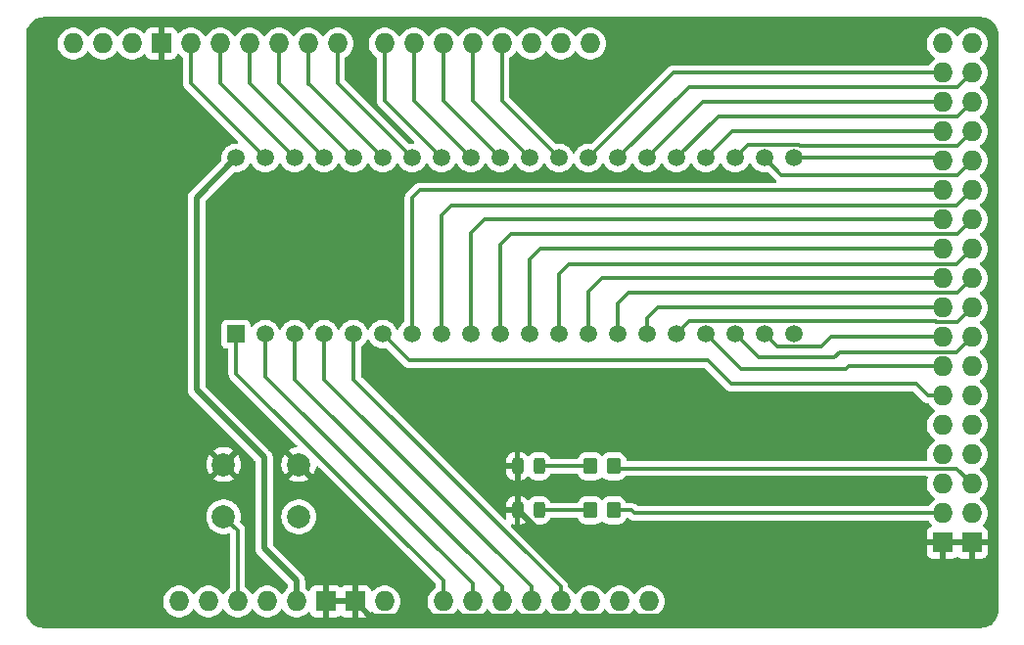
<source format=gbr>
G04 #@! TF.GenerationSoftware,KiCad,Pcbnew,8.0.4-unknown-202407162209~ee573a1480~ubuntu24.04.1*
G04 #@! TF.CreationDate,2024-08-25T10:10:19+01:00*
G04 #@! TF.ProjectId,ZXMUX Tester,5a584d55-5820-4546-9573-7465722e6b69,1.1*
G04 #@! TF.SameCoordinates,Original*
G04 #@! TF.FileFunction,Copper,L1,Top*
G04 #@! TF.FilePolarity,Positive*
%FSLAX46Y46*%
G04 Gerber Fmt 4.6, Leading zero omitted, Abs format (unit mm)*
G04 Created by KiCad (PCBNEW 8.0.4-unknown-202407162209~ee573a1480~ubuntu24.04.1) date 2024-08-25 10:10:19*
%MOMM*%
%LPD*%
G01*
G04 APERTURE LIST*
G04 Aperture macros list*
%AMRoundRect*
0 Rectangle with rounded corners*
0 $1 Rounding radius*
0 $2 $3 $4 $5 $6 $7 $8 $9 X,Y pos of 4 corners*
0 Add a 4 corners polygon primitive as box body*
4,1,4,$2,$3,$4,$5,$6,$7,$8,$9,$2,$3,0*
0 Add four circle primitives for the rounded corners*
1,1,$1+$1,$2,$3*
1,1,$1+$1,$4,$5*
1,1,$1+$1,$6,$7*
1,1,$1+$1,$8,$9*
0 Add four rect primitives between the rounded corners*
20,1,$1+$1,$2,$3,$4,$5,0*
20,1,$1+$1,$4,$5,$6,$7,0*
20,1,$1+$1,$6,$7,$8,$9,0*
20,1,$1+$1,$8,$9,$2,$3,0*%
G04 Aperture macros list end*
G04 #@! TA.AperFunction,ComponentPad*
%ADD10C,2.000000*%
G04 #@! TD*
G04 #@! TA.AperFunction,SMDPad,CuDef*
%ADD11RoundRect,0.243750X-0.243750X-0.456250X0.243750X-0.456250X0.243750X0.456250X-0.243750X0.456250X0*%
G04 #@! TD*
G04 #@! TA.AperFunction,SMDPad,CuDef*
%ADD12RoundRect,0.250000X0.350000X0.450000X-0.350000X0.450000X-0.350000X-0.450000X0.350000X-0.450000X0*%
G04 #@! TD*
G04 #@! TA.AperFunction,ComponentPad*
%ADD13O,1.727200X1.727200*%
G04 #@! TD*
G04 #@! TA.AperFunction,ComponentPad*
%ADD14R,1.727200X1.727200*%
G04 #@! TD*
G04 #@! TA.AperFunction,ComponentPad*
%ADD15R,1.508000X1.508000*%
G04 #@! TD*
G04 #@! TA.AperFunction,ComponentPad*
%ADD16C,1.508000*%
G04 #@! TD*
G04 #@! TA.AperFunction,Conductor*
%ADD17C,0.300000*%
G04 #@! TD*
G04 #@! TA.AperFunction,Conductor*
%ADD18C,0.500000*%
G04 #@! TD*
G04 APERTURE END LIST*
D10*
G04 #@! TO.P,SW1,1,A*
G04 #@! TO.N,GND*
X144070000Y-93319600D03*
X150570000Y-93319600D03*
G04 #@! TO.P,SW1,2,B*
G04 #@! TO.N,Net-(SW1-B)*
X144070000Y-97819600D03*
X150570000Y-97819600D03*
G04 #@! TD*
D11*
G04 #@! TO.P,D2,1,K*
G04 #@! TO.N,GND*
X169480000Y-97282000D03*
G04 #@! TO.P,D2,2,A*
G04 #@! TO.N,Net-(D2-A)*
X171355000Y-97282000D03*
G04 #@! TD*
D12*
G04 #@! TO.P,R1,1*
G04 #@! TO.N,Net-(R1-Pad1)*
X177800000Y-93472000D03*
G04 #@! TO.P,R1,2*
G04 #@! TO.N,Net-(D1-A)*
X175800000Y-93472000D03*
G04 #@! TD*
G04 #@! TO.P,R2,1*
G04 #@! TO.N,Net-(R2-Pad1)*
X177800000Y-97282000D03*
G04 #@! TO.P,R2,2*
G04 #@! TO.N,Net-(D2-A)*
X175800000Y-97282000D03*
G04 #@! TD*
D11*
G04 #@! TO.P,D1,1,K*
G04 #@! TO.N,GND*
X169480000Y-93472000D03*
G04 #@! TO.P,D1,2,A*
G04 #@! TO.N,Net-(D1-A)*
X171355000Y-93472000D03*
G04 #@! TD*
D13*
G04 #@! TO.P,XA1,*
G04 #@! TO.N,*
X140208000Y-105156000D03*
G04 #@! TO.P,XA1,3V3,3.3V*
G04 #@! TO.N,unconnected-(XA1-3.3V-Pad3V3)*
X147828000Y-105156000D03*
G04 #@! TO.P,XA1,5V1,5V*
G04 #@! TO.N,+5V*
X150368000Y-105156000D03*
G04 #@! TO.P,XA1,5V3,5V*
G04 #@! TO.N,unconnected-(XA1-5V-Pad5V3)*
X206248000Y-56896000D03*
G04 #@! TO.P,XA1,5V4,5V*
G04 #@! TO.N,unconnected-(XA1-5V-Pad5V4)*
X208788000Y-56896000D03*
G04 #@! TO.P,XA1,A0,A0*
G04 #@! TO.N,/S*
X163068000Y-105156000D03*
G04 #@! TO.P,XA1,A1,A1*
G04 #@! TO.N,/A0*
X165608000Y-105156000D03*
G04 #@! TO.P,XA1,A2,A2*
G04 #@! TO.N,/A7*
X168148000Y-105156000D03*
G04 #@! TO.P,XA1,A3,A3*
G04 #@! TO.N,/DMA0*
X170688000Y-105156000D03*
G04 #@! TO.P,XA1,A4,A4*
G04 #@! TO.N,/A1*
X173228000Y-105156000D03*
G04 #@! TO.P,XA1,A5,A5*
G04 #@! TO.N,unconnected-(XA1-PadA5)*
X175768000Y-105156000D03*
G04 #@! TO.P,XA1,A6,A6*
G04 #@! TO.N,unconnected-(XA1-PadA6)*
X178308000Y-105156000D03*
G04 #@! TO.P,XA1,A7,A7*
G04 #@! TO.N,unconnected-(XA1-PadA7)*
X180848000Y-105156000D03*
G04 #@! TO.P,XA1,AREF,AREF*
G04 #@! TO.N,unconnected-(XA1-PadAREF)*
X136144000Y-56896000D03*
G04 #@! TO.P,XA1,D0,D0_RX0*
G04 #@! TO.N,unconnected-(XA1-D0_RX0-PadD0)*
X175768000Y-56896000D03*
G04 #@! TO.P,XA1,D1,D1_TX0*
G04 #@! TO.N,unconnected-(XA1-D1_TX0-PadD1)*
X173228000Y-56896000D03*
G04 #@! TO.P,XA1,D2,D2_INT0*
G04 #@! TO.N,unconnected-(XA1-D2_INT0-PadD2)*
X170688000Y-56896000D03*
G04 #@! TO.P,XA1,D3,D3_INT1*
G04 #@! TO.N,/MA4*
X168148000Y-56896000D03*
G04 #@! TO.P,XA1,D4,D4*
G04 #@! TO.N,/MA3*
X165608000Y-56896000D03*
G04 #@! TO.P,XA1,D5,D5*
G04 #@! TO.N,/MA2*
X163068000Y-56896000D03*
G04 #@! TO.P,XA1,D6,D6*
G04 #@! TO.N,/MA1*
X160528000Y-56896000D03*
G04 #@! TO.P,XA1,D7,D7*
G04 #@! TO.N,/MA0*
X157988000Y-56896000D03*
G04 #@! TO.P,XA1,D8,D8*
G04 #@! TO.N,/CASL*
X153924000Y-56896000D03*
G04 #@! TO.P,XA1,D9,D9*
G04 #@! TO.N,/MQRDL*
X151384000Y-56896000D03*
G04 #@! TO.P,XA1,D10,D10*
G04 #@! TO.N,/MRQ*
X148844000Y-56896000D03*
G04 #@! TO.P,XA1,D11,D11*
G04 #@! TO.N,/A15*
X146304000Y-56896000D03*
G04 #@! TO.P,XA1,D12,D12*
G04 #@! TO.N,/RD*
X143764000Y-56896000D03*
G04 #@! TO.P,XA1,D13,D13*
G04 #@! TO.N,/WR*
X141224000Y-56896000D03*
G04 #@! TO.P,XA1,D22,D22*
G04 #@! TO.N,/MA5*
X206248000Y-59436000D03*
G04 #@! TO.P,XA1,D23,D23*
G04 #@! TO.N,/MA6*
X208788000Y-59436000D03*
G04 #@! TO.P,XA1,D24,D24*
G04 #@! TO.N,/MA7*
X206248000Y-61976000D03*
G04 #@! TO.P,XA1,D25,D25*
G04 #@! TO.N,/3B*
X208788000Y-61976000D03*
G04 #@! TO.P,XA1,D26,D26*
G04 #@! TO.N,/3A*
X206248000Y-64516000D03*
G04 #@! TO.P,XA1,D27,D27*
G04 #@! TO.N,/DMA6*
X208788000Y-64516000D03*
G04 #@! TO.P,XA1,D28,D28*
G04 #@! TO.N,/A6*
X206248000Y-67056000D03*
G04 #@! TO.P,XA1,D29,D29*
G04 #@! TO.N,/A13*
X208788000Y-67056000D03*
G04 #@! TO.P,XA1,D30,D30*
G04 #@! TO.N,/DMA1*
X206248000Y-69596000D03*
G04 #@! TO.P,XA1,D31,D31*
G04 #@! TO.N,/A2*
X208788000Y-69596000D03*
G04 #@! TO.P,XA1,D32,D32*
G04 #@! TO.N,/A9*
X206248000Y-72136000D03*
G04 #@! TO.P,XA1,D33,D33*
G04 #@! TO.N,/DMA2*
X208788000Y-72136000D03*
G04 #@! TO.P,XA1,D34,D34*
G04 #@! TO.N,/A3*
X206248000Y-74676000D03*
G04 #@! TO.P,XA1,D35,D35*
G04 #@! TO.N,/A10*
X208788000Y-74676000D03*
G04 #@! TO.P,XA1,D36,D36*
G04 #@! TO.N,/DMA3*
X206248000Y-77216000D03*
G04 #@! TO.P,XA1,D37,D37*
G04 #@! TO.N,/A4*
X208788000Y-77216000D03*
G04 #@! TO.P,XA1,D38,D38*
G04 #@! TO.N,/A11*
X206248000Y-79756000D03*
G04 #@! TO.P,XA1,D39,D39*
G04 #@! TO.N,/DMA4*
X208788000Y-79756000D03*
G04 #@! TO.P,XA1,D40,D40*
G04 #@! TO.N,/DMA5*
X206248000Y-82296000D03*
G04 #@! TO.P,XA1,D41,D41*
G04 #@! TO.N,/A12*
X208788000Y-82296000D03*
G04 #@! TO.P,XA1,D42,D42*
G04 #@! TO.N,/A5*
X206248000Y-84836000D03*
G04 #@! TO.P,XA1,D43,D43*
G04 #@! TO.N,unconnected-(XA1-PadD43)*
X208788000Y-84836000D03*
G04 #@! TO.P,XA1,D44,D44*
G04 #@! TO.N,/A8*
X206248000Y-87376000D03*
G04 #@! TO.P,XA1,D45,D45*
G04 #@! TO.N,unconnected-(XA1-PadD45)*
X208788000Y-87376000D03*
G04 #@! TO.P,XA1,D46,D46*
G04 #@! TO.N,unconnected-(XA1-PadD46)*
X206248000Y-89916000D03*
G04 #@! TO.P,XA1,D47,D47*
G04 #@! TO.N,unconnected-(XA1-PadD47)*
X208788000Y-89916000D03*
G04 #@! TO.P,XA1,D48,D48*
G04 #@! TO.N,unconnected-(XA1-PadD48)*
X206248000Y-92456000D03*
G04 #@! TO.P,XA1,D49,D49*
G04 #@! TO.N,unconnected-(XA1-PadD49)*
X208788000Y-92456000D03*
G04 #@! TO.P,XA1,D50,D50*
G04 #@! TO.N,unconnected-(XA1-PadD50)*
X206248000Y-94996000D03*
G04 #@! TO.P,XA1,D51,D51*
G04 #@! TO.N,Net-(R1-Pad1)*
X208788000Y-94996000D03*
G04 #@! TO.P,XA1,D52,D52*
G04 #@! TO.N,Net-(R2-Pad1)*
X206248000Y-97536000D03*
G04 #@! TO.P,XA1,D53,D53_SS*
G04 #@! TO.N,unconnected-(XA1-D53_SS-PadD53)*
X208788000Y-97536000D03*
D14*
G04 #@! TO.P,XA1,GND1,GND*
G04 #@! TO.N,GND*
X138684000Y-56896000D03*
G04 #@! TO.P,XA1,GND2,GND*
X152908000Y-105156000D03*
G04 #@! TO.P,XA1,GND3,GND*
X155448000Y-105156000D03*
G04 #@! TO.P,XA1,GND5,GND*
X206248000Y-100076000D03*
G04 #@! TO.P,XA1,GND6,GND*
X208788000Y-100076000D03*
D13*
G04 #@! TO.P,XA1,IORF,IOREF*
G04 #@! TO.N,unconnected-(XA1-IOREF-PadIORF)*
X142748000Y-105156000D03*
G04 #@! TO.P,XA1,RST1,RESET*
G04 #@! TO.N,Net-(SW1-B)*
X145288000Y-105156000D03*
G04 #@! TO.P,XA1,SCL,SCL*
G04 #@! TO.N,unconnected-(XA1-PadSCL)*
X131064000Y-56896000D03*
G04 #@! TO.P,XA1,SDA,SDA*
G04 #@! TO.N,unconnected-(XA1-PadSDA)*
X133604000Y-56896000D03*
G04 #@! TO.P,XA1,VIN,VIN*
G04 #@! TO.N,unconnected-(XA1-PadVIN)*
X157988000Y-105156000D03*
G04 #@! TD*
D15*
G04 #@! TO.P,U1,1,S*
G04 #@! TO.N,/S*
X145135600Y-82042000D03*
D16*
G04 #@! TO.P,U1,2,A0*
G04 #@! TO.N,/A0*
X147675600Y-82042000D03*
G04 #@! TO.P,U1,3,A7*
G04 #@! TO.N,/A7*
X150215600Y-82042000D03*
G04 #@! TO.P,U1,4,DMA0*
G04 #@! TO.N,/DMA0*
X152755600Y-82042000D03*
G04 #@! TO.P,U1,5,A1*
G04 #@! TO.N,/A1*
X155295600Y-82042000D03*
G04 #@! TO.P,U1,6,A8*
G04 #@! TO.N,/A8*
X157835600Y-82042000D03*
G04 #@! TO.P,U1,7,DMA4*
G04 #@! TO.N,/DMA1*
X160375600Y-82042000D03*
G04 #@! TO.P,U1,8,A2*
G04 #@! TO.N,/A2*
X162915600Y-82042000D03*
G04 #@! TO.P,U1,9,A9*
G04 #@! TO.N,/A9*
X165455600Y-82042000D03*
G04 #@! TO.P,U1,10,DMA2*
G04 #@! TO.N,/DMA2*
X167995600Y-82042000D03*
G04 #@! TO.P,U1,11,A3*
G04 #@! TO.N,/A3*
X170535600Y-82042000D03*
G04 #@! TO.P,U1,12,A10*
G04 #@! TO.N,/A10*
X173075600Y-82042000D03*
G04 #@! TO.P,U1,13,DMA3*
G04 #@! TO.N,/DMA3*
X175615600Y-82042000D03*
G04 #@! TO.P,U1,14,A4*
G04 #@! TO.N,/A4*
X178155600Y-82042000D03*
G04 #@! TO.P,U1,15,A11*
G04 #@! TO.N,/A11*
X180695600Y-82042000D03*
G04 #@! TO.P,U1,16,DMA4*
G04 #@! TO.N,/DMA4*
X183235600Y-82042000D03*
G04 #@! TO.P,U1,17,A5*
G04 #@! TO.N,/A5*
X185775600Y-82042000D03*
G04 #@! TO.P,U1,18,A12*
G04 #@! TO.N,/A12*
X188315600Y-82042000D03*
G04 #@! TO.P,U1,19,DMA5*
G04 #@! TO.N,/DMA5*
X190855600Y-82042000D03*
G04 #@! TO.P,U1,20,VSS*
G04 #@! TO.N,GND*
X193395600Y-82042000D03*
G04 #@! TO.P,U1,21,A6*
G04 #@! TO.N,/A6*
X193395600Y-66802000D03*
G04 #@! TO.P,U1,22,A13*
G04 #@! TO.N,/A13*
X190855600Y-66802000D03*
G04 #@! TO.P,U1,23,DMA6*
G04 #@! TO.N,/DMA6*
X188315600Y-66802000D03*
G04 #@! TO.P,U1,24,3A*
G04 #@! TO.N,/3A*
X185775600Y-66802000D03*
G04 #@! TO.P,U1,25,3B*
G04 #@! TO.N,/3B*
X183235600Y-66802000D03*
G04 #@! TO.P,U1,26,MA7*
G04 #@! TO.N,/MA7*
X180695600Y-66802000D03*
G04 #@! TO.P,U1,27,MA6*
G04 #@! TO.N,/MA6*
X178155600Y-66802000D03*
G04 #@! TO.P,U1,28,MA5*
G04 #@! TO.N,/MA5*
X175615600Y-66802000D03*
G04 #@! TO.P,U1,29,MA4*
G04 #@! TO.N,/MA4*
X173075600Y-66802000D03*
G04 #@! TO.P,U1,30,MA3*
G04 #@! TO.N,/MA3*
X170535600Y-66802000D03*
G04 #@! TO.P,U1,31,MA2*
G04 #@! TO.N,/MA2*
X167995600Y-66802000D03*
G04 #@! TO.P,U1,32,MA1*
G04 #@! TO.N,/MA1*
X165455600Y-66802000D03*
G04 #@! TO.P,U1,33,MA0*
G04 #@! TO.N,/MA0*
X162915600Y-66802000D03*
G04 #@! TO.P,U1,34,CASL*
G04 #@! TO.N,/CASL*
X160375600Y-66802000D03*
G04 #@! TO.P,U1,35,MQRDL*
G04 #@! TO.N,/MQRDL*
X157835600Y-66802000D03*
G04 #@! TO.P,U1,36,MRQ*
G04 #@! TO.N,/MRQ*
X155295600Y-66802000D03*
G04 #@! TO.P,U1,37,A15*
G04 #@! TO.N,/A15*
X152755600Y-66802000D03*
G04 #@! TO.P,U1,38,RD*
G04 #@! TO.N,/RD*
X150215600Y-66802000D03*
G04 #@! TO.P,U1,39,WR*
G04 #@! TO.N,/WR*
X147675600Y-66802000D03*
G04 #@! TO.P,U1,40,VCC*
G04 #@! TO.N,+5V*
X145135600Y-66802000D03*
G04 #@! TD*
D17*
G04 #@! TO.N,Net-(D1-A)*
X171355000Y-93472000D02*
X175800000Y-93472000D01*
D18*
G04 #@! TO.N,GND*
X155448000Y-105156000D02*
X156761600Y-106469600D01*
X178308000Y-100330000D02*
X172528000Y-100330000D01*
X169480000Y-97282000D02*
X169480000Y-93472000D01*
X179070000Y-100330000D02*
X178308000Y-100330000D01*
X172528000Y-100330000D02*
X169480000Y-97282000D01*
X178308000Y-100330000D02*
X178562000Y-100076000D01*
X183134000Y-105156000D02*
X183134000Y-104394000D01*
X156761600Y-106469600D02*
X181820400Y-106469600D01*
X178562000Y-100076000D02*
X206248000Y-100076000D01*
X181820400Y-106469600D02*
X183134000Y-105156000D01*
X183134000Y-104394000D02*
X179070000Y-100330000D01*
D17*
G04 #@! TO.N,Net-(D2-A)*
X171355000Y-97282000D02*
X175800000Y-97282000D01*
G04 #@! TO.N,Net-(R1-Pad1)*
X207461600Y-93669600D02*
X208788000Y-94996000D01*
X177800000Y-93472000D02*
X177997600Y-93669600D01*
X177997600Y-93669600D02*
X207461600Y-93669600D01*
G04 #@! TO.N,Net-(R2-Pad1)*
X206248000Y-97536000D02*
X179578000Y-97536000D01*
X179578000Y-97536000D02*
X179324000Y-97282000D01*
X179324000Y-97282000D02*
X177800000Y-97282000D01*
G04 #@! TO.N,Net-(SW1-B)*
X145288000Y-99037600D02*
X144070000Y-97819600D01*
X145288000Y-105156000D02*
X145288000Y-99037600D01*
G04 #@! TO.N,/A9*
X165455600Y-73304400D02*
X165455600Y-82042000D01*
X206248000Y-72136000D02*
X166624000Y-72136000D01*
X166624000Y-72136000D02*
X165455600Y-73304400D01*
G04 #@! TO.N,/DMA4*
X183235600Y-82042000D02*
X184339600Y-80938000D01*
X205652000Y-80938000D02*
X205683600Y-80969600D01*
X207574400Y-80969600D02*
X208788000Y-79756000D01*
X205683600Y-80969600D02*
X207574400Y-80969600D01*
X184339600Y-80938000D02*
X205652000Y-80938000D01*
G04 #@! TO.N,/3B*
X208788000Y-61976000D02*
X207574400Y-63189600D01*
X207574400Y-63189600D02*
X186848000Y-63189600D01*
X186848000Y-63189600D02*
X183235600Y-66802000D01*
G04 #@! TO.N,/MA2*
X163068000Y-61874400D02*
X163068000Y-56896000D01*
X167995600Y-66802000D02*
X163068000Y-61874400D01*
G04 #@! TO.N,/MA7*
X185521600Y-61976000D02*
X180695600Y-66802000D01*
X206248000Y-61976000D02*
X185521600Y-61976000D01*
G04 #@! TO.N,/MA3*
X165608000Y-61874400D02*
X165608000Y-56896000D01*
X170535600Y-66802000D02*
X165608000Y-61874400D01*
G04 #@! TO.N,/A12*
X196906400Y-84074000D02*
X197358000Y-83622400D01*
X190347600Y-84074000D02*
X196906400Y-84074000D01*
X207461600Y-83622400D02*
X208788000Y-82296000D01*
X188315600Y-82042000D02*
X190347600Y-84074000D01*
X197358000Y-83622400D02*
X207461600Y-83622400D01*
G04 #@! TO.N,/MA1*
X160528000Y-61874400D02*
X160528000Y-56896000D01*
X165455600Y-66802000D02*
X160528000Y-61874400D01*
G04 #@! TO.N,/DMA5*
X191959600Y-83146000D02*
X195746000Y-83146000D01*
X190855600Y-82042000D02*
X191959600Y-83146000D01*
X195746000Y-83146000D02*
X196596000Y-82296000D01*
X196596000Y-82296000D02*
X206248000Y-82296000D01*
G04 #@! TO.N,/DMA6*
X193852892Y-65698000D02*
X189419600Y-65698000D01*
X189419600Y-65698000D02*
X188315600Y-66802000D01*
X207574400Y-65729600D02*
X193884492Y-65729600D01*
X193884492Y-65729600D02*
X193852892Y-65698000D01*
X208788000Y-64516000D02*
X207574400Y-65729600D01*
G04 #@! TO.N,/3A*
X188061600Y-64516000D02*
X185775600Y-66802000D01*
X206248000Y-64516000D02*
X188061600Y-64516000D01*
G04 #@! TO.N,/S*
X145135600Y-82042000D02*
X145135600Y-85445600D01*
X145135600Y-85445600D02*
X163068000Y-103378000D01*
X163068000Y-103378000D02*
X163068000Y-105156000D01*
G04 #@! TO.N,/MA4*
X173075600Y-66802000D02*
X168148000Y-61874400D01*
X168148000Y-61874400D02*
X168148000Y-56896000D01*
G04 #@! TO.N,/A7*
X168148000Y-103886000D02*
X168148000Y-105156000D01*
X150215600Y-82042000D02*
X150215600Y-85953600D01*
X150215600Y-85953600D02*
X168148000Y-103886000D01*
G04 #@! TO.N,/A15*
X152755600Y-66802000D02*
X146304000Y-60350400D01*
X146304000Y-60350400D02*
X146304000Y-56896000D01*
G04 #@! TO.N,/A0*
X165608000Y-103632000D02*
X165608000Y-105156000D01*
X147675600Y-85699600D02*
X165608000Y-103632000D01*
X147675600Y-82042000D02*
X147675600Y-85699600D01*
G04 #@! TO.N,/CASL*
X153924000Y-60350400D02*
X153924000Y-56896000D01*
X160375600Y-66802000D02*
X153924000Y-60350400D01*
G04 #@! TO.N,/MQRDL*
X151485600Y-60452000D02*
X151384000Y-60452000D01*
X157835600Y-66802000D02*
X151485600Y-60452000D01*
X151384000Y-60452000D02*
X151384000Y-56896000D01*
D18*
G04 #@! TO.N,+5V*
X147574000Y-100584000D02*
X147574000Y-92710000D01*
X141732000Y-70205600D02*
X145135600Y-66802000D01*
X141732000Y-86868000D02*
X141732000Y-70205600D01*
X150368000Y-105156000D02*
X150368000Y-103378000D01*
X150368000Y-103378000D02*
X147574000Y-100584000D01*
X147574000Y-92710000D02*
X141732000Y-86868000D01*
D17*
G04 #@! TO.N,/MA0*
X162915600Y-66802000D02*
X157988000Y-61874400D01*
X157988000Y-61874400D02*
X157988000Y-56896000D01*
G04 #@! TO.N,/A10*
X173075600Y-76860400D02*
X173075600Y-82042000D01*
X208788000Y-74676000D02*
X207461600Y-76002400D01*
X173933600Y-76002400D02*
X173075600Y-76860400D01*
X207461600Y-76002400D02*
X173933600Y-76002400D01*
G04 #@! TO.N,/A11*
X180695600Y-80670400D02*
X180695600Y-82042000D01*
X206248000Y-79756000D02*
X181610000Y-79756000D01*
X181610000Y-79756000D02*
X180695600Y-80670400D01*
G04 #@! TO.N,/DMA0*
X152755600Y-82042000D02*
X152755600Y-85953600D01*
X152755600Y-85953600D02*
X170688000Y-103886000D01*
X170688000Y-103886000D02*
X170688000Y-105156000D01*
G04 #@! TO.N,/MA6*
X208788000Y-59436000D02*
X207574400Y-60649600D01*
X207574400Y-60649600D02*
X184308000Y-60649600D01*
X184308000Y-60649600D02*
X178155600Y-66802000D01*
G04 #@! TO.N,/A8*
X185928000Y-84328000D02*
X187960000Y-86360000D01*
X160121600Y-84328000D02*
X185928000Y-84328000D01*
X203962000Y-86360000D02*
X204978000Y-87376000D01*
X157835600Y-82042000D02*
X160121600Y-84328000D01*
X187960000Y-86360000D02*
X203962000Y-86360000D01*
X204978000Y-87376000D02*
X206248000Y-87376000D01*
G04 #@! TO.N,/A3*
X171450000Y-74676000D02*
X206248000Y-74676000D01*
X170535600Y-75590400D02*
X171450000Y-74676000D01*
X170535600Y-82042000D02*
X170535600Y-75590400D01*
G04 #@! TO.N,/A4*
X179126400Y-78429600D02*
X178155600Y-79400400D01*
X208788000Y-77216000D02*
X207574400Y-78429600D01*
X207574400Y-78429600D02*
X179126400Y-78429600D01*
X178155600Y-79400400D02*
X178155600Y-82042000D01*
G04 #@! TO.N,/MRQ*
X155295600Y-66802000D02*
X148844000Y-60350400D01*
X148844000Y-60350400D02*
X148844000Y-56896000D01*
G04 #@! TO.N,/A2*
X162915600Y-71780400D02*
X162915600Y-82042000D01*
X207461600Y-70922400D02*
X163773600Y-70922400D01*
X208788000Y-69596000D02*
X207461600Y-70922400D01*
X163773600Y-70922400D02*
X162915600Y-71780400D01*
G04 #@! TO.N,/A6*
X193395600Y-66802000D02*
X205994000Y-66802000D01*
X205994000Y-66802000D02*
X206248000Y-67056000D01*
G04 #@! TO.N,/A13*
X190855600Y-66802000D02*
X192323200Y-68269600D01*
X192323200Y-68269600D02*
X207574400Y-68269600D01*
X207574400Y-68269600D02*
X208788000Y-67056000D01*
G04 #@! TO.N,/MA5*
X182981600Y-59436000D02*
X206248000Y-59436000D01*
X175615600Y-66802000D02*
X182981600Y-59436000D01*
G04 #@! TO.N,/DMA3*
X175615600Y-82042000D02*
X175615600Y-78384400D01*
X176784000Y-77216000D02*
X206248000Y-77216000D01*
X175615600Y-78384400D02*
X176784000Y-77216000D01*
G04 #@! TO.N,/A1*
X155295600Y-85953600D02*
X173228000Y-103886000D01*
X155295600Y-82042000D02*
X155295600Y-85953600D01*
X173228000Y-103886000D02*
X173228000Y-105156000D01*
G04 #@! TO.N,/WR*
X147675600Y-66802000D02*
X141224000Y-60350400D01*
X141224000Y-60350400D02*
X141224000Y-56896000D01*
G04 #@! TO.N,/DMA2*
X167995600Y-74320400D02*
X168966400Y-73349600D01*
X207574400Y-73349600D02*
X208788000Y-72136000D01*
X168966400Y-73349600D02*
X207574400Y-73349600D01*
X167995600Y-82042000D02*
X167995600Y-74320400D01*
G04 #@! TO.N,/RD*
X150215600Y-66802000D02*
X143764000Y-60350400D01*
X143764000Y-60350400D02*
X143764000Y-56896000D01*
G04 #@! TO.N,/A5*
X185775600Y-82042000D02*
X188823600Y-85090000D01*
X198120000Y-84836000D02*
X206248000Y-84836000D01*
X188823600Y-85090000D02*
X197866000Y-85090000D01*
X197866000Y-85090000D02*
X198120000Y-84836000D01*
G04 #@! TO.N,/DMA1*
X160375600Y-70256400D02*
X161036000Y-69596000D01*
X161036000Y-69596000D02*
X206248000Y-69596000D01*
X160375600Y-82042000D02*
X160375600Y-70256400D01*
G04 #@! TD*
G04 #@! TA.AperFunction,Conductor*
G04 #@! TO.N,GND*
G36*
X154974619Y-104959919D02*
G01*
X154940000Y-105089120D01*
X154940000Y-105222880D01*
X154974619Y-105352081D01*
X155005749Y-105406000D01*
X153350251Y-105406000D01*
X153381381Y-105352081D01*
X153416000Y-105222880D01*
X153416000Y-105089120D01*
X153381381Y-104959919D01*
X153350251Y-104906000D01*
X155005749Y-104906000D01*
X154974619Y-104959919D01*
G37*
G04 #@! TD.AperFunction*
G04 #@! TA.AperFunction,Conductor*
G36*
X208314619Y-99879919D02*
G01*
X208280000Y-100009120D01*
X208280000Y-100142880D01*
X208314619Y-100272081D01*
X208345749Y-100326000D01*
X206690251Y-100326000D01*
X206721381Y-100272081D01*
X206756000Y-100142880D01*
X206756000Y-100009120D01*
X206721381Y-99879919D01*
X206690251Y-99826000D01*
X208345749Y-99826000D01*
X208314619Y-99879919D01*
G37*
G04 #@! TD.AperFunction*
G04 #@! TA.AperFunction,Conductor*
G36*
X209554418Y-54602816D02*
G01*
X209759111Y-54617455D01*
X209776620Y-54619973D01*
X209972813Y-54662653D01*
X209989768Y-54667630D01*
X210177909Y-54737803D01*
X210193987Y-54745147D01*
X210370210Y-54841371D01*
X210385084Y-54850929D01*
X210545822Y-54971257D01*
X210559192Y-54982843D01*
X210701156Y-55124807D01*
X210712742Y-55138177D01*
X210833066Y-55298910D01*
X210842631Y-55313794D01*
X210938850Y-55490007D01*
X210946198Y-55506096D01*
X211009275Y-55675212D01*
X211016364Y-55694217D01*
X211021348Y-55711193D01*
X211064026Y-55907379D01*
X211066544Y-55924891D01*
X211081184Y-56129581D01*
X211081500Y-56138427D01*
X211081500Y-105913572D01*
X211081184Y-105922418D01*
X211066544Y-106127108D01*
X211064026Y-106144620D01*
X211021348Y-106340806D01*
X211016364Y-106357780D01*
X211009274Y-106376790D01*
X210946200Y-106545899D01*
X210938850Y-106561992D01*
X210842631Y-106738205D01*
X210833066Y-106753089D01*
X210712742Y-106913822D01*
X210701156Y-106927192D01*
X210559192Y-107069156D01*
X210545822Y-107080742D01*
X210385089Y-107201066D01*
X210370205Y-107210631D01*
X210193992Y-107306850D01*
X210177899Y-107314200D01*
X209989782Y-107384364D01*
X209972806Y-107389348D01*
X209776620Y-107432026D01*
X209759108Y-107434544D01*
X209554418Y-107449184D01*
X209545572Y-107449500D01*
X128528428Y-107449500D01*
X128519582Y-107449184D01*
X128314891Y-107434544D01*
X128297379Y-107432026D01*
X128101193Y-107389348D01*
X128084222Y-107384365D01*
X127896096Y-107314198D01*
X127880007Y-107306850D01*
X127703794Y-107210631D01*
X127688910Y-107201066D01*
X127528177Y-107080742D01*
X127514807Y-107069156D01*
X127372843Y-106927192D01*
X127361257Y-106913822D01*
X127240929Y-106753084D01*
X127231371Y-106738210D01*
X127135147Y-106561987D01*
X127127803Y-106545909D01*
X127057630Y-106357768D01*
X127052653Y-106340813D01*
X127009973Y-106144620D01*
X127007455Y-106127108D01*
X126998130Y-105996727D01*
X126992816Y-105922418D01*
X126992500Y-105913572D01*
X126992500Y-93319594D01*
X142564859Y-93319594D01*
X142564859Y-93319605D01*
X142585385Y-93567329D01*
X142585387Y-93567338D01*
X142646412Y-93808317D01*
X142746266Y-94035964D01*
X142846564Y-94189482D01*
X143546212Y-93489834D01*
X143557482Y-93531892D01*
X143629890Y-93657308D01*
X143732292Y-93759710D01*
X143857708Y-93832118D01*
X143899765Y-93843387D01*
X143199942Y-94543209D01*
X143246768Y-94579655D01*
X143246770Y-94579656D01*
X143465385Y-94697964D01*
X143465396Y-94697969D01*
X143700506Y-94778683D01*
X143945707Y-94819600D01*
X144194293Y-94819600D01*
X144439493Y-94778683D01*
X144674603Y-94697969D01*
X144674614Y-94697964D01*
X144893228Y-94579657D01*
X144893231Y-94579655D01*
X144940056Y-94543209D01*
X144240234Y-93843387D01*
X144282292Y-93832118D01*
X144407708Y-93759710D01*
X144510110Y-93657308D01*
X144582518Y-93531892D01*
X144593787Y-93489835D01*
X145293434Y-94189482D01*
X145393731Y-94035969D01*
X145493587Y-93808317D01*
X145554612Y-93567338D01*
X145554614Y-93567329D01*
X145575141Y-93319605D01*
X145575141Y-93319594D01*
X145554614Y-93071870D01*
X145554612Y-93071861D01*
X145493587Y-92830882D01*
X145393731Y-92603230D01*
X145293434Y-92449716D01*
X144593787Y-93149364D01*
X144582518Y-93107308D01*
X144510110Y-92981892D01*
X144407708Y-92879490D01*
X144282292Y-92807082D01*
X144240235Y-92795812D01*
X144940057Y-92095990D01*
X144940056Y-92095989D01*
X144893229Y-92059543D01*
X144674614Y-91941235D01*
X144674603Y-91941230D01*
X144439493Y-91860516D01*
X144194293Y-91819600D01*
X143945707Y-91819600D01*
X143700506Y-91860516D01*
X143465396Y-91941230D01*
X143465390Y-91941232D01*
X143246761Y-92059549D01*
X143199942Y-92095988D01*
X143199942Y-92095990D01*
X143899765Y-92795812D01*
X143857708Y-92807082D01*
X143732292Y-92879490D01*
X143629890Y-92981892D01*
X143557482Y-93107308D01*
X143546212Y-93149364D01*
X142846564Y-92449716D01*
X142746267Y-92603232D01*
X142646412Y-92830882D01*
X142585387Y-93071861D01*
X142585385Y-93071870D01*
X142564859Y-93319594D01*
X126992500Y-93319594D01*
X126992500Y-56895993D01*
X129695225Y-56895993D01*
X129695225Y-56896006D01*
X129713892Y-57121289D01*
X129769388Y-57340439D01*
X129860198Y-57547466D01*
X129983842Y-57736716D01*
X129983850Y-57736727D01*
X130136950Y-57903036D01*
X130136954Y-57903040D01*
X130315351Y-58041893D01*
X130514169Y-58149488D01*
X130514172Y-58149489D01*
X130727982Y-58222890D01*
X130727984Y-58222890D01*
X130727986Y-58222891D01*
X130950967Y-58260100D01*
X130950968Y-58260100D01*
X131177032Y-58260100D01*
X131177033Y-58260100D01*
X131400014Y-58222891D01*
X131613831Y-58149488D01*
X131812649Y-58041893D01*
X131991046Y-57903040D01*
X132144156Y-57736719D01*
X132230193Y-57605028D01*
X132283338Y-57559675D01*
X132352569Y-57550251D01*
X132415905Y-57579753D01*
X132437804Y-57605025D01*
X132523844Y-57736719D01*
X132523849Y-57736724D01*
X132523850Y-57736727D01*
X132676950Y-57903036D01*
X132676954Y-57903040D01*
X132855351Y-58041893D01*
X133054169Y-58149488D01*
X133054172Y-58149489D01*
X133267982Y-58222890D01*
X133267984Y-58222890D01*
X133267986Y-58222891D01*
X133490967Y-58260100D01*
X133490968Y-58260100D01*
X133717032Y-58260100D01*
X133717033Y-58260100D01*
X133940014Y-58222891D01*
X134153831Y-58149488D01*
X134352649Y-58041893D01*
X134531046Y-57903040D01*
X134684156Y-57736719D01*
X134770193Y-57605028D01*
X134823338Y-57559675D01*
X134892569Y-57550251D01*
X134955905Y-57579753D01*
X134977804Y-57605025D01*
X135063844Y-57736719D01*
X135063849Y-57736724D01*
X135063850Y-57736727D01*
X135216950Y-57903036D01*
X135216954Y-57903040D01*
X135395351Y-58041893D01*
X135594169Y-58149488D01*
X135594172Y-58149489D01*
X135807982Y-58222890D01*
X135807984Y-58222890D01*
X135807986Y-58222891D01*
X136030967Y-58260100D01*
X136030968Y-58260100D01*
X136257032Y-58260100D01*
X136257033Y-58260100D01*
X136480014Y-58222891D01*
X136693831Y-58149488D01*
X136892649Y-58041893D01*
X137071046Y-57903040D01*
X137125815Y-57843545D01*
X137185699Y-57807557D01*
X137255537Y-57809657D01*
X137313153Y-57849180D01*
X137333224Y-57884196D01*
X137377046Y-58001688D01*
X137377049Y-58001693D01*
X137463209Y-58116787D01*
X137463212Y-58116790D01*
X137578306Y-58202950D01*
X137578313Y-58202954D01*
X137713020Y-58253196D01*
X137713027Y-58253198D01*
X137772555Y-58259599D01*
X137772572Y-58259600D01*
X138434000Y-58259600D01*
X138434000Y-57338251D01*
X138487919Y-57369381D01*
X138617120Y-57404000D01*
X138750880Y-57404000D01*
X138880081Y-57369381D01*
X138934000Y-57338251D01*
X138934000Y-58259600D01*
X139595428Y-58259600D01*
X139595444Y-58259599D01*
X139654972Y-58253198D01*
X139654979Y-58253196D01*
X139789686Y-58202954D01*
X139789693Y-58202950D01*
X139904787Y-58116790D01*
X139904790Y-58116787D01*
X139990950Y-58001693D01*
X139990954Y-58001686D01*
X140034775Y-57884197D01*
X140076646Y-57828263D01*
X140142110Y-57803846D01*
X140210383Y-57818698D01*
X140242186Y-57843547D01*
X140296950Y-57903036D01*
X140296954Y-57903040D01*
X140475351Y-58041893D01*
X140508517Y-58059841D01*
X140558107Y-58109059D01*
X140573500Y-58168896D01*
X140573500Y-60414469D01*
X140593710Y-60516069D01*
X140598499Y-60540144D01*
X140615795Y-60581899D01*
X140647534Y-60658525D01*
X140718726Y-60765073D01*
X140718727Y-60765074D01*
X145290049Y-65336394D01*
X145323534Y-65397717D01*
X145318550Y-65467409D01*
X145276678Y-65523342D01*
X145211214Y-65547759D01*
X145191562Y-65547603D01*
X145135604Y-65542708D01*
X145135598Y-65542708D01*
X144916931Y-65561838D01*
X144916924Y-65561839D01*
X144794502Y-65594642D01*
X144704897Y-65618653D01*
X144704895Y-65618653D01*
X144704891Y-65618655D01*
X144505957Y-65711419D01*
X144505949Y-65711423D01*
X144326147Y-65837322D01*
X144326141Y-65837327D01*
X144170927Y-65992541D01*
X144170922Y-65992547D01*
X144045023Y-66172349D01*
X144045019Y-66172357D01*
X143952255Y-66371291D01*
X143952253Y-66371295D01*
X143952253Y-66371297D01*
X143943347Y-66404535D01*
X143895439Y-66583324D01*
X143895438Y-66583331D01*
X143876308Y-66801997D01*
X143876308Y-66802002D01*
X143887190Y-66926401D01*
X143873423Y-66994901D01*
X143851343Y-67024888D01*
X141149050Y-69727180D01*
X141149044Y-69727188D01*
X141099812Y-69800868D01*
X141099813Y-69800869D01*
X141066921Y-69850096D01*
X141066914Y-69850108D01*
X141010342Y-69986686D01*
X141010340Y-69986692D01*
X140981500Y-70131679D01*
X140981500Y-70131682D01*
X140981500Y-86941918D01*
X140981500Y-86941920D01*
X140981499Y-86941920D01*
X141010340Y-87086907D01*
X141010343Y-87086917D01*
X141066914Y-87223492D01*
X141099812Y-87272727D01*
X141099813Y-87272730D01*
X141149046Y-87346414D01*
X141149052Y-87346421D01*
X146787181Y-92984548D01*
X146820666Y-93045871D01*
X146823500Y-93072229D01*
X146823500Y-100657918D01*
X146823500Y-100657920D01*
X146823499Y-100657920D01*
X146852340Y-100802907D01*
X146852343Y-100802917D01*
X146908914Y-100939492D01*
X146908915Y-100939494D01*
X146908916Y-100939495D01*
X146940954Y-100987444D01*
X146941812Y-100988727D01*
X146941813Y-100988730D01*
X146991046Y-101062414D01*
X146991052Y-101062421D01*
X149581181Y-103652549D01*
X149614666Y-103713872D01*
X149617500Y-103740230D01*
X149617500Y-103950927D01*
X149597815Y-104017966D01*
X149569663Y-104048780D01*
X149440955Y-104148958D01*
X149440950Y-104148963D01*
X149287850Y-104315272D01*
X149287842Y-104315283D01*
X149201808Y-104446968D01*
X149148662Y-104492325D01*
X149079430Y-104501748D01*
X149016095Y-104472246D01*
X148994192Y-104446968D01*
X148908157Y-104315283D01*
X148908149Y-104315272D01*
X148755049Y-104148963D01*
X148755048Y-104148962D01*
X148755046Y-104148960D01*
X148576649Y-104010107D01*
X148543318Y-103992069D01*
X148377832Y-103902512D01*
X148377827Y-103902510D01*
X148164017Y-103829109D01*
X147982388Y-103798801D01*
X147941033Y-103791900D01*
X147714967Y-103791900D01*
X147673612Y-103798801D01*
X147491982Y-103829109D01*
X147278172Y-103902510D01*
X147278167Y-103902512D01*
X147079352Y-104010106D01*
X146900955Y-104148959D01*
X146900950Y-104148963D01*
X146747850Y-104315272D01*
X146747842Y-104315283D01*
X146661808Y-104446968D01*
X146608662Y-104492325D01*
X146539430Y-104501748D01*
X146476095Y-104472246D01*
X146454192Y-104446968D01*
X146368157Y-104315283D01*
X146368149Y-104315272D01*
X146215049Y-104148963D01*
X146215048Y-104148962D01*
X146215046Y-104148960D01*
X146036649Y-104010107D01*
X146036647Y-104010106D01*
X146036646Y-104010105D01*
X146036638Y-104010100D01*
X146003480Y-103992155D01*
X145953890Y-103942935D01*
X145938500Y-103883102D01*
X145938500Y-98973528D01*
X145913502Y-98847861D01*
X145913501Y-98847860D01*
X145913501Y-98847856D01*
X145864465Y-98729473D01*
X145793277Y-98622931D01*
X145793275Y-98622929D01*
X145793273Y-98622926D01*
X145540805Y-98370458D01*
X145507320Y-98309135D01*
X145508281Y-98252336D01*
X145555105Y-98067433D01*
X145555107Y-98067424D01*
X145555108Y-98067421D01*
X145556143Y-98054933D01*
X145575643Y-97819605D01*
X145575643Y-97819594D01*
X145555109Y-97571787D01*
X145555107Y-97571775D01*
X145494063Y-97330718D01*
X145394173Y-97102993D01*
X145258166Y-96894817D01*
X145195706Y-96826968D01*
X145089744Y-96711862D01*
X144893509Y-96559126D01*
X144893507Y-96559125D01*
X144893506Y-96559124D01*
X144674811Y-96440772D01*
X144674802Y-96440769D01*
X144439616Y-96360029D01*
X144194335Y-96319100D01*
X143945665Y-96319100D01*
X143700383Y-96360029D01*
X143465197Y-96440769D01*
X143465188Y-96440772D01*
X143246493Y-96559124D01*
X143050257Y-96711861D01*
X142881833Y-96894817D01*
X142745826Y-97102993D01*
X142645936Y-97330718D01*
X142584892Y-97571775D01*
X142584890Y-97571787D01*
X142564357Y-97819594D01*
X142564357Y-97819605D01*
X142584890Y-98067412D01*
X142584892Y-98067424D01*
X142645936Y-98308481D01*
X142745826Y-98536206D01*
X142881833Y-98744382D01*
X142881836Y-98744385D01*
X143050256Y-98927338D01*
X143246491Y-99080074D01*
X143465190Y-99198428D01*
X143700386Y-99279171D01*
X143945665Y-99320100D01*
X144194335Y-99320100D01*
X144439614Y-99279171D01*
X144473237Y-99267627D01*
X144543034Y-99264477D01*
X144603455Y-99299563D01*
X144635317Y-99361745D01*
X144637500Y-99384909D01*
X144637500Y-103883102D01*
X144617815Y-103950141D01*
X144572520Y-103992155D01*
X144539361Y-104010100D01*
X144539353Y-104010105D01*
X144360955Y-104148959D01*
X144360950Y-104148963D01*
X144207850Y-104315272D01*
X144207842Y-104315283D01*
X144121808Y-104446968D01*
X144068662Y-104492325D01*
X143999430Y-104501748D01*
X143936095Y-104472246D01*
X143914192Y-104446968D01*
X143828157Y-104315283D01*
X143828149Y-104315272D01*
X143675049Y-104148963D01*
X143675048Y-104148962D01*
X143675046Y-104148960D01*
X143496649Y-104010107D01*
X143463318Y-103992069D01*
X143297832Y-103902512D01*
X143297827Y-103902510D01*
X143084017Y-103829109D01*
X142902388Y-103798801D01*
X142861033Y-103791900D01*
X142634967Y-103791900D01*
X142593612Y-103798801D01*
X142411982Y-103829109D01*
X142198172Y-103902510D01*
X142198167Y-103902512D01*
X141999352Y-104010106D01*
X141820955Y-104148959D01*
X141820950Y-104148963D01*
X141667850Y-104315272D01*
X141667842Y-104315283D01*
X141581808Y-104446968D01*
X141528662Y-104492325D01*
X141459430Y-104501748D01*
X141396095Y-104472246D01*
X141374192Y-104446968D01*
X141288157Y-104315283D01*
X141288149Y-104315272D01*
X141135049Y-104148963D01*
X141135048Y-104148962D01*
X141135046Y-104148960D01*
X140956649Y-104010107D01*
X140923318Y-103992069D01*
X140757832Y-103902512D01*
X140757827Y-103902510D01*
X140544017Y-103829109D01*
X140362388Y-103798801D01*
X140321033Y-103791900D01*
X140094967Y-103791900D01*
X140053612Y-103798801D01*
X139871982Y-103829109D01*
X139658172Y-103902510D01*
X139658167Y-103902512D01*
X139459352Y-104010106D01*
X139280955Y-104148959D01*
X139280950Y-104148963D01*
X139127850Y-104315272D01*
X139127842Y-104315283D01*
X139004198Y-104504533D01*
X138913388Y-104711560D01*
X138857892Y-104930710D01*
X138839225Y-105155993D01*
X138839225Y-105156006D01*
X138857892Y-105381289D01*
X138913388Y-105600439D01*
X139004198Y-105807466D01*
X139127842Y-105996716D01*
X139127850Y-105996727D01*
X139263997Y-106144620D01*
X139280954Y-106163040D01*
X139459351Y-106301893D01*
X139658169Y-106409488D01*
X139658172Y-106409489D01*
X139871982Y-106482890D01*
X139871984Y-106482890D01*
X139871986Y-106482891D01*
X140094967Y-106520100D01*
X140094968Y-106520100D01*
X140321032Y-106520100D01*
X140321033Y-106520100D01*
X140544014Y-106482891D01*
X140757831Y-106409488D01*
X140956649Y-106301893D01*
X141135046Y-106163040D01*
X141288156Y-105996719D01*
X141374193Y-105865028D01*
X141427338Y-105819675D01*
X141496569Y-105810251D01*
X141559905Y-105839753D01*
X141581804Y-105865025D01*
X141667844Y-105996719D01*
X141667849Y-105996724D01*
X141667850Y-105996727D01*
X141803997Y-106144620D01*
X141820954Y-106163040D01*
X141999351Y-106301893D01*
X142198169Y-106409488D01*
X142198172Y-106409489D01*
X142411982Y-106482890D01*
X142411984Y-106482890D01*
X142411986Y-106482891D01*
X142634967Y-106520100D01*
X142634968Y-106520100D01*
X142861032Y-106520100D01*
X142861033Y-106520100D01*
X143084014Y-106482891D01*
X143297831Y-106409488D01*
X143496649Y-106301893D01*
X143675046Y-106163040D01*
X143828156Y-105996719D01*
X143914193Y-105865028D01*
X143967338Y-105819675D01*
X144036569Y-105810251D01*
X144099905Y-105839753D01*
X144121804Y-105865025D01*
X144207844Y-105996719D01*
X144207849Y-105996724D01*
X144207850Y-105996727D01*
X144343997Y-106144620D01*
X144360954Y-106163040D01*
X144539351Y-106301893D01*
X144738169Y-106409488D01*
X144738172Y-106409489D01*
X144951982Y-106482890D01*
X144951984Y-106482890D01*
X144951986Y-106482891D01*
X145174967Y-106520100D01*
X145174968Y-106520100D01*
X145401032Y-106520100D01*
X145401033Y-106520100D01*
X145624014Y-106482891D01*
X145837831Y-106409488D01*
X146036649Y-106301893D01*
X146215046Y-106163040D01*
X146368156Y-105996719D01*
X146454193Y-105865028D01*
X146507338Y-105819675D01*
X146576569Y-105810251D01*
X146639905Y-105839753D01*
X146661804Y-105865025D01*
X146747844Y-105996719D01*
X146747849Y-105996724D01*
X146747850Y-105996727D01*
X146883997Y-106144620D01*
X146900954Y-106163040D01*
X147079351Y-106301893D01*
X147278169Y-106409488D01*
X147278172Y-106409489D01*
X147491982Y-106482890D01*
X147491984Y-106482890D01*
X147491986Y-106482891D01*
X147714967Y-106520100D01*
X147714968Y-106520100D01*
X147941032Y-106520100D01*
X147941033Y-106520100D01*
X148164014Y-106482891D01*
X148377831Y-106409488D01*
X148576649Y-106301893D01*
X148755046Y-106163040D01*
X148908156Y-105996719D01*
X148994193Y-105865028D01*
X149047338Y-105819675D01*
X149116569Y-105810251D01*
X149179905Y-105839753D01*
X149201804Y-105865025D01*
X149287844Y-105996719D01*
X149287849Y-105996724D01*
X149287850Y-105996727D01*
X149423997Y-106144620D01*
X149440954Y-106163040D01*
X149619351Y-106301893D01*
X149818169Y-106409488D01*
X149818172Y-106409489D01*
X150031982Y-106482890D01*
X150031984Y-106482890D01*
X150031986Y-106482891D01*
X150254967Y-106520100D01*
X150254968Y-106520100D01*
X150481032Y-106520100D01*
X150481033Y-106520100D01*
X150704014Y-106482891D01*
X150917831Y-106409488D01*
X151116649Y-106301893D01*
X151295046Y-106163040D01*
X151349815Y-106103545D01*
X151409699Y-106067557D01*
X151479537Y-106069657D01*
X151537153Y-106109180D01*
X151557224Y-106144196D01*
X151601046Y-106261688D01*
X151601049Y-106261693D01*
X151687209Y-106376787D01*
X151687212Y-106376790D01*
X151802306Y-106462950D01*
X151802313Y-106462954D01*
X151937020Y-106513196D01*
X151937027Y-106513198D01*
X151996555Y-106519599D01*
X151996572Y-106519600D01*
X152658000Y-106519600D01*
X152658000Y-105598251D01*
X152711919Y-105629381D01*
X152841120Y-105664000D01*
X152974880Y-105664000D01*
X153104081Y-105629381D01*
X153158000Y-105598251D01*
X153158000Y-106519600D01*
X153819428Y-106519600D01*
X153819444Y-106519599D01*
X153878972Y-106513198D01*
X153878979Y-106513196D01*
X154013686Y-106462954D01*
X154013689Y-106462952D01*
X154103688Y-106395579D01*
X154169152Y-106371161D01*
X154237426Y-106386012D01*
X154252312Y-106395579D01*
X154342310Y-106462952D01*
X154342313Y-106462954D01*
X154477020Y-106513196D01*
X154477027Y-106513198D01*
X154536555Y-106519599D01*
X154536572Y-106519600D01*
X155198000Y-106519600D01*
X155198000Y-105598251D01*
X155251919Y-105629381D01*
X155381120Y-105664000D01*
X155514880Y-105664000D01*
X155644081Y-105629381D01*
X155698000Y-105598251D01*
X155698000Y-106519600D01*
X156359428Y-106519600D01*
X156359444Y-106519599D01*
X156418972Y-106513198D01*
X156418979Y-106513196D01*
X156553686Y-106462954D01*
X156553693Y-106462950D01*
X156668787Y-106376790D01*
X156668790Y-106376787D01*
X156754950Y-106261693D01*
X156754954Y-106261686D01*
X156798775Y-106144197D01*
X156840646Y-106088263D01*
X156906110Y-106063846D01*
X156974383Y-106078698D01*
X157006186Y-106103547D01*
X157043997Y-106144620D01*
X157060954Y-106163040D01*
X157239351Y-106301893D01*
X157438169Y-106409488D01*
X157438172Y-106409489D01*
X157651982Y-106482890D01*
X157651984Y-106482890D01*
X157651986Y-106482891D01*
X157874967Y-106520100D01*
X157874968Y-106520100D01*
X158101032Y-106520100D01*
X158101033Y-106520100D01*
X158324014Y-106482891D01*
X158537831Y-106409488D01*
X158736649Y-106301893D01*
X158915046Y-106163040D01*
X159068156Y-105996719D01*
X159191802Y-105807465D01*
X159282611Y-105600441D01*
X159338107Y-105381293D01*
X159345574Y-105291175D01*
X159356775Y-105156006D01*
X159356775Y-105155993D01*
X159343707Y-104998294D01*
X159338107Y-104930707D01*
X159282611Y-104711559D01*
X159191802Y-104504535D01*
X159068156Y-104315281D01*
X159068153Y-104315278D01*
X159068149Y-104315272D01*
X158915049Y-104148963D01*
X158915048Y-104148962D01*
X158915046Y-104148960D01*
X158736649Y-104010107D01*
X158703318Y-103992069D01*
X158537832Y-103902512D01*
X158537827Y-103902510D01*
X158324017Y-103829109D01*
X158142388Y-103798801D01*
X158101033Y-103791900D01*
X157874967Y-103791900D01*
X157833612Y-103798801D01*
X157651982Y-103829109D01*
X157438172Y-103902510D01*
X157438167Y-103902512D01*
X157239352Y-104010106D01*
X157060955Y-104148958D01*
X157006186Y-104208453D01*
X156946298Y-104244443D01*
X156876460Y-104242342D01*
X156818845Y-104202817D01*
X156798775Y-104167802D01*
X156754954Y-104050313D01*
X156754950Y-104050306D01*
X156668790Y-103935212D01*
X156668787Y-103935209D01*
X156553693Y-103849049D01*
X156553686Y-103849045D01*
X156418979Y-103798803D01*
X156418972Y-103798801D01*
X156359444Y-103792400D01*
X155698000Y-103792400D01*
X155698000Y-104713748D01*
X155644081Y-104682619D01*
X155514880Y-104648000D01*
X155381120Y-104648000D01*
X155251919Y-104682619D01*
X155198000Y-104713748D01*
X155198000Y-103792400D01*
X154536555Y-103792400D01*
X154477027Y-103798801D01*
X154477020Y-103798803D01*
X154342313Y-103849045D01*
X154342311Y-103849047D01*
X154252311Y-103916421D01*
X154186847Y-103940838D01*
X154118574Y-103925987D01*
X154103689Y-103916421D01*
X154013688Y-103849047D01*
X154013686Y-103849045D01*
X153878979Y-103798803D01*
X153878972Y-103798801D01*
X153819444Y-103792400D01*
X153158000Y-103792400D01*
X153158000Y-104713748D01*
X153104081Y-104682619D01*
X152974880Y-104648000D01*
X152841120Y-104648000D01*
X152711919Y-104682619D01*
X152658000Y-104713748D01*
X152658000Y-103792400D01*
X151996555Y-103792400D01*
X151937027Y-103798801D01*
X151937020Y-103798803D01*
X151802313Y-103849045D01*
X151802306Y-103849049D01*
X151687212Y-103935209D01*
X151687209Y-103935212D01*
X151601049Y-104050306D01*
X151601046Y-104050312D01*
X151557224Y-104167803D01*
X151515352Y-104223736D01*
X151449887Y-104248153D01*
X151381615Y-104233301D01*
X151349813Y-104208452D01*
X151295049Y-104148963D01*
X151295044Y-104148958D01*
X151166337Y-104048780D01*
X151125524Y-103992069D01*
X151118500Y-103950927D01*
X151118500Y-103304081D01*
X151118499Y-103304080D01*
X151101244Y-103217330D01*
X151089659Y-103159088D01*
X151035408Y-103028118D01*
X151033765Y-103023524D01*
X150993546Y-102963331D01*
X150950950Y-102899581D01*
X148360819Y-100309450D01*
X148327334Y-100248127D01*
X148324500Y-100221769D01*
X148324500Y-97819594D01*
X149064357Y-97819594D01*
X149064357Y-97819605D01*
X149084890Y-98067412D01*
X149084892Y-98067424D01*
X149145936Y-98308481D01*
X149245826Y-98536206D01*
X149381833Y-98744382D01*
X149381836Y-98744385D01*
X149550256Y-98927338D01*
X149746491Y-99080074D01*
X149965190Y-99198428D01*
X150200386Y-99279171D01*
X150445665Y-99320100D01*
X150694335Y-99320100D01*
X150939614Y-99279171D01*
X151174810Y-99198428D01*
X151393509Y-99080074D01*
X151589744Y-98927338D01*
X151758164Y-98744385D01*
X151894173Y-98536207D01*
X151994063Y-98308481D01*
X152055108Y-98067421D01*
X152056143Y-98054933D01*
X152075643Y-97819605D01*
X152075643Y-97819594D01*
X152055109Y-97571787D01*
X152055107Y-97571775D01*
X151994063Y-97330718D01*
X151894173Y-97102993D01*
X151758166Y-96894817D01*
X151695706Y-96826968D01*
X151589744Y-96711862D01*
X151393509Y-96559126D01*
X151393507Y-96559125D01*
X151393506Y-96559124D01*
X151174811Y-96440772D01*
X151174802Y-96440769D01*
X150939616Y-96360029D01*
X150694335Y-96319100D01*
X150445665Y-96319100D01*
X150200383Y-96360029D01*
X149965197Y-96440769D01*
X149965188Y-96440772D01*
X149746493Y-96559124D01*
X149550257Y-96711861D01*
X149381833Y-96894817D01*
X149245826Y-97102993D01*
X149145936Y-97330718D01*
X149084892Y-97571775D01*
X149084890Y-97571787D01*
X149064357Y-97819594D01*
X148324500Y-97819594D01*
X148324500Y-92636080D01*
X148313796Y-92582271D01*
X148308042Y-92553344D01*
X148307813Y-92552194D01*
X148295660Y-92491095D01*
X148295659Y-92491088D01*
X148241408Y-92360117D01*
X148239764Y-92355522D01*
X148156954Y-92231588D01*
X148156953Y-92231587D01*
X148156951Y-92231584D01*
X148052416Y-92127049D01*
X142518819Y-86593451D01*
X142485334Y-86532128D01*
X142482500Y-86505770D01*
X142482500Y-70567828D01*
X142502185Y-70500789D01*
X142518814Y-70480152D01*
X144912712Y-68086253D01*
X144974033Y-68052770D01*
X145011195Y-68050408D01*
X145115681Y-68059549D01*
X145135599Y-68061292D01*
X145135600Y-68061292D01*
X145135602Y-68061292D01*
X145190268Y-68056509D01*
X145354274Y-68042161D01*
X145566303Y-67985347D01*
X145765246Y-67892579D01*
X145945057Y-67766674D01*
X146100274Y-67611457D01*
X146226179Y-67431646D01*
X146293218Y-67287878D01*
X146339390Y-67235439D01*
X146406583Y-67216287D01*
X146473464Y-67236502D01*
X146517982Y-67287879D01*
X146585019Y-67431642D01*
X146585023Y-67431650D01*
X146710922Y-67611452D01*
X146710927Y-67611458D01*
X146866141Y-67766672D01*
X146866147Y-67766677D01*
X147045949Y-67892576D01*
X147045951Y-67892577D01*
X147045954Y-67892579D01*
X147244897Y-67985347D01*
X147456926Y-68042161D01*
X147613121Y-68055826D01*
X147675598Y-68061292D01*
X147675600Y-68061292D01*
X147675602Y-68061292D01*
X147730268Y-68056509D01*
X147894274Y-68042161D01*
X148106303Y-67985347D01*
X148305246Y-67892579D01*
X148485057Y-67766674D01*
X148640274Y-67611457D01*
X148766179Y-67431646D01*
X148833218Y-67287878D01*
X148879390Y-67235439D01*
X148946583Y-67216287D01*
X149013464Y-67236502D01*
X149057982Y-67287879D01*
X149125019Y-67431642D01*
X149125023Y-67431650D01*
X149250922Y-67611452D01*
X149250927Y-67611458D01*
X149406141Y-67766672D01*
X149406147Y-67766677D01*
X149585949Y-67892576D01*
X149585951Y-67892577D01*
X149585954Y-67892579D01*
X149784897Y-67985347D01*
X149996926Y-68042161D01*
X150153121Y-68055826D01*
X150215598Y-68061292D01*
X150215600Y-68061292D01*
X150215602Y-68061292D01*
X150270268Y-68056509D01*
X150434274Y-68042161D01*
X150646303Y-67985347D01*
X150845246Y-67892579D01*
X151025057Y-67766674D01*
X151180274Y-67611457D01*
X151306179Y-67431646D01*
X151373218Y-67287878D01*
X151419390Y-67235439D01*
X151486583Y-67216287D01*
X151553464Y-67236502D01*
X151597982Y-67287879D01*
X151665019Y-67431642D01*
X151665023Y-67431650D01*
X151790922Y-67611452D01*
X151790927Y-67611458D01*
X151946141Y-67766672D01*
X151946147Y-67766677D01*
X152125949Y-67892576D01*
X152125951Y-67892577D01*
X152125954Y-67892579D01*
X152324897Y-67985347D01*
X152536926Y-68042161D01*
X152693121Y-68055826D01*
X152755598Y-68061292D01*
X152755600Y-68061292D01*
X152755602Y-68061292D01*
X152810268Y-68056509D01*
X152974274Y-68042161D01*
X153186303Y-67985347D01*
X153385246Y-67892579D01*
X153565057Y-67766674D01*
X153720274Y-67611457D01*
X153846179Y-67431646D01*
X153913218Y-67287878D01*
X153959390Y-67235439D01*
X154026583Y-67216287D01*
X154093464Y-67236502D01*
X154137982Y-67287879D01*
X154205019Y-67431642D01*
X154205023Y-67431650D01*
X154330922Y-67611452D01*
X154330927Y-67611458D01*
X154486141Y-67766672D01*
X154486147Y-67766677D01*
X154665949Y-67892576D01*
X154665951Y-67892577D01*
X154665954Y-67892579D01*
X154864897Y-67985347D01*
X155076926Y-68042161D01*
X155233121Y-68055826D01*
X155295598Y-68061292D01*
X155295600Y-68061292D01*
X155295602Y-68061292D01*
X155350268Y-68056509D01*
X155514274Y-68042161D01*
X155726303Y-67985347D01*
X155925246Y-67892579D01*
X156105057Y-67766674D01*
X156260274Y-67611457D01*
X156386179Y-67431646D01*
X156453218Y-67287878D01*
X156499390Y-67235439D01*
X156566583Y-67216287D01*
X156633464Y-67236502D01*
X156677982Y-67287879D01*
X156745019Y-67431642D01*
X156745023Y-67431650D01*
X156870922Y-67611452D01*
X156870927Y-67611458D01*
X157026141Y-67766672D01*
X157026147Y-67766677D01*
X157205949Y-67892576D01*
X157205951Y-67892577D01*
X157205954Y-67892579D01*
X157404897Y-67985347D01*
X157616926Y-68042161D01*
X157773121Y-68055826D01*
X157835598Y-68061292D01*
X157835600Y-68061292D01*
X157835602Y-68061292D01*
X157890268Y-68056509D01*
X158054274Y-68042161D01*
X158266303Y-67985347D01*
X158465246Y-67892579D01*
X158645057Y-67766674D01*
X158800274Y-67611457D01*
X158926179Y-67431646D01*
X158993218Y-67287878D01*
X159039390Y-67235439D01*
X159106583Y-67216287D01*
X159173464Y-67236502D01*
X159217982Y-67287879D01*
X159285019Y-67431642D01*
X159285023Y-67431650D01*
X159410922Y-67611452D01*
X159410927Y-67611458D01*
X159566141Y-67766672D01*
X159566147Y-67766677D01*
X159745949Y-67892576D01*
X159745951Y-67892577D01*
X159745954Y-67892579D01*
X159944897Y-67985347D01*
X160156926Y-68042161D01*
X160313121Y-68055826D01*
X160375598Y-68061292D01*
X160375600Y-68061292D01*
X160375602Y-68061292D01*
X160430268Y-68056509D01*
X160594274Y-68042161D01*
X160806303Y-67985347D01*
X161005246Y-67892579D01*
X161185057Y-67766674D01*
X161340274Y-67611457D01*
X161466179Y-67431646D01*
X161533218Y-67287878D01*
X161579390Y-67235439D01*
X161646583Y-67216287D01*
X161713464Y-67236502D01*
X161757982Y-67287879D01*
X161825019Y-67431642D01*
X161825023Y-67431650D01*
X161950922Y-67611452D01*
X161950927Y-67611458D01*
X162106141Y-67766672D01*
X162106147Y-67766677D01*
X162285949Y-67892576D01*
X162285951Y-67892577D01*
X162285954Y-67892579D01*
X162484897Y-67985347D01*
X162696926Y-68042161D01*
X162853121Y-68055826D01*
X162915598Y-68061292D01*
X162915600Y-68061292D01*
X162915602Y-68061292D01*
X162970268Y-68056509D01*
X163134274Y-68042161D01*
X163346303Y-67985347D01*
X163545246Y-67892579D01*
X163725057Y-67766674D01*
X163880274Y-67611457D01*
X164006179Y-67431646D01*
X164073218Y-67287878D01*
X164119390Y-67235439D01*
X164186583Y-67216287D01*
X164253464Y-67236502D01*
X164297982Y-67287879D01*
X164365019Y-67431642D01*
X164365023Y-67431650D01*
X164490922Y-67611452D01*
X164490927Y-67611458D01*
X164646141Y-67766672D01*
X164646147Y-67766677D01*
X164825949Y-67892576D01*
X164825951Y-67892577D01*
X164825954Y-67892579D01*
X165024897Y-67985347D01*
X165236926Y-68042161D01*
X165393121Y-68055826D01*
X165455598Y-68061292D01*
X165455600Y-68061292D01*
X165455602Y-68061292D01*
X165510268Y-68056509D01*
X165674274Y-68042161D01*
X165886303Y-67985347D01*
X166085246Y-67892579D01*
X166265057Y-67766674D01*
X166420274Y-67611457D01*
X166546179Y-67431646D01*
X166613218Y-67287878D01*
X166659390Y-67235439D01*
X166726583Y-67216287D01*
X166793464Y-67236502D01*
X166837982Y-67287879D01*
X166905019Y-67431642D01*
X166905023Y-67431650D01*
X167030922Y-67611452D01*
X167030927Y-67611458D01*
X167186141Y-67766672D01*
X167186147Y-67766677D01*
X167365949Y-67892576D01*
X167365951Y-67892577D01*
X167365954Y-67892579D01*
X167564897Y-67985347D01*
X167776926Y-68042161D01*
X167933121Y-68055826D01*
X167995598Y-68061292D01*
X167995600Y-68061292D01*
X167995602Y-68061292D01*
X168050268Y-68056509D01*
X168214274Y-68042161D01*
X168426303Y-67985347D01*
X168625246Y-67892579D01*
X168805057Y-67766674D01*
X168960274Y-67611457D01*
X169086179Y-67431646D01*
X169153218Y-67287878D01*
X169199390Y-67235439D01*
X169266583Y-67216287D01*
X169333464Y-67236502D01*
X169377982Y-67287879D01*
X169445019Y-67431642D01*
X169445023Y-67431650D01*
X169570922Y-67611452D01*
X169570927Y-67611458D01*
X169726141Y-67766672D01*
X169726147Y-67766677D01*
X169905949Y-67892576D01*
X169905951Y-67892577D01*
X169905954Y-67892579D01*
X170104897Y-67985347D01*
X170316926Y-68042161D01*
X170473121Y-68055826D01*
X170535598Y-68061292D01*
X170535600Y-68061292D01*
X170535602Y-68061292D01*
X170590268Y-68056509D01*
X170754274Y-68042161D01*
X170966303Y-67985347D01*
X171165246Y-67892579D01*
X171345057Y-67766674D01*
X171500274Y-67611457D01*
X171626179Y-67431646D01*
X171693218Y-67287878D01*
X171739390Y-67235439D01*
X171806583Y-67216287D01*
X171873464Y-67236502D01*
X171917982Y-67287879D01*
X171985019Y-67431642D01*
X171985023Y-67431650D01*
X172110922Y-67611452D01*
X172110927Y-67611458D01*
X172266141Y-67766672D01*
X172266147Y-67766677D01*
X172445949Y-67892576D01*
X172445951Y-67892577D01*
X172445954Y-67892579D01*
X172644897Y-67985347D01*
X172856926Y-68042161D01*
X173013121Y-68055826D01*
X173075598Y-68061292D01*
X173075600Y-68061292D01*
X173075602Y-68061292D01*
X173130268Y-68056509D01*
X173294274Y-68042161D01*
X173506303Y-67985347D01*
X173705246Y-67892579D01*
X173885057Y-67766674D01*
X174040274Y-67611457D01*
X174166179Y-67431646D01*
X174233218Y-67287878D01*
X174279390Y-67235439D01*
X174346583Y-67216287D01*
X174413464Y-67236502D01*
X174457982Y-67287879D01*
X174525019Y-67431642D01*
X174525023Y-67431650D01*
X174650922Y-67611452D01*
X174650927Y-67611458D01*
X174806141Y-67766672D01*
X174806147Y-67766677D01*
X174985949Y-67892576D01*
X174985951Y-67892577D01*
X174985954Y-67892579D01*
X175184897Y-67985347D01*
X175396926Y-68042161D01*
X175553121Y-68055826D01*
X175615598Y-68061292D01*
X175615600Y-68061292D01*
X175615602Y-68061292D01*
X175670268Y-68056509D01*
X175834274Y-68042161D01*
X176046303Y-67985347D01*
X176245246Y-67892579D01*
X176425057Y-67766674D01*
X176580274Y-67611457D01*
X176706179Y-67431646D01*
X176773218Y-67287878D01*
X176819390Y-67235439D01*
X176886583Y-67216287D01*
X176953464Y-67236502D01*
X176997982Y-67287879D01*
X177065019Y-67431642D01*
X177065023Y-67431650D01*
X177190922Y-67611452D01*
X177190927Y-67611458D01*
X177346141Y-67766672D01*
X177346147Y-67766677D01*
X177525949Y-67892576D01*
X177525951Y-67892577D01*
X177525954Y-67892579D01*
X177724897Y-67985347D01*
X177936926Y-68042161D01*
X178093121Y-68055826D01*
X178155598Y-68061292D01*
X178155600Y-68061292D01*
X178155602Y-68061292D01*
X178210268Y-68056509D01*
X178374274Y-68042161D01*
X178586303Y-67985347D01*
X178785246Y-67892579D01*
X178965057Y-67766674D01*
X179120274Y-67611457D01*
X179246179Y-67431646D01*
X179313218Y-67287878D01*
X179359390Y-67235439D01*
X179426583Y-67216287D01*
X179493464Y-67236502D01*
X179537982Y-67287879D01*
X179605019Y-67431642D01*
X179605023Y-67431650D01*
X179730922Y-67611452D01*
X179730927Y-67611458D01*
X179886141Y-67766672D01*
X179886147Y-67766677D01*
X180065949Y-67892576D01*
X180065951Y-67892577D01*
X180065954Y-67892579D01*
X180264897Y-67985347D01*
X180476926Y-68042161D01*
X180633121Y-68055826D01*
X180695598Y-68061292D01*
X180695600Y-68061292D01*
X180695602Y-68061292D01*
X180750268Y-68056509D01*
X180914274Y-68042161D01*
X181126303Y-67985347D01*
X181325246Y-67892579D01*
X181505057Y-67766674D01*
X181660274Y-67611457D01*
X181786179Y-67431646D01*
X181853218Y-67287878D01*
X181899390Y-67235439D01*
X181966583Y-67216287D01*
X182033464Y-67236502D01*
X182077982Y-67287879D01*
X182145019Y-67431642D01*
X182145023Y-67431650D01*
X182270922Y-67611452D01*
X182270927Y-67611458D01*
X182426141Y-67766672D01*
X182426147Y-67766677D01*
X182605949Y-67892576D01*
X182605951Y-67892577D01*
X182605954Y-67892579D01*
X182804897Y-67985347D01*
X183016926Y-68042161D01*
X183173121Y-68055826D01*
X183235598Y-68061292D01*
X183235600Y-68061292D01*
X183235602Y-68061292D01*
X183290268Y-68056509D01*
X183454274Y-68042161D01*
X183666303Y-67985347D01*
X183865246Y-67892579D01*
X184045057Y-67766674D01*
X184200274Y-67611457D01*
X184326179Y-67431646D01*
X184393218Y-67287878D01*
X184439390Y-67235439D01*
X184506583Y-67216287D01*
X184573464Y-67236502D01*
X184617982Y-67287879D01*
X184685019Y-67431642D01*
X184685023Y-67431650D01*
X184810922Y-67611452D01*
X184810927Y-67611458D01*
X184966141Y-67766672D01*
X184966147Y-67766677D01*
X185145949Y-67892576D01*
X185145951Y-67892577D01*
X185145954Y-67892579D01*
X185344897Y-67985347D01*
X185556926Y-68042161D01*
X185713121Y-68055826D01*
X185775598Y-68061292D01*
X185775600Y-68061292D01*
X185775602Y-68061292D01*
X185830268Y-68056509D01*
X185994274Y-68042161D01*
X186206303Y-67985347D01*
X186405246Y-67892579D01*
X186585057Y-67766674D01*
X186740274Y-67611457D01*
X186866179Y-67431646D01*
X186933218Y-67287878D01*
X186979390Y-67235439D01*
X187046583Y-67216287D01*
X187113464Y-67236502D01*
X187157982Y-67287879D01*
X187225019Y-67431642D01*
X187225023Y-67431650D01*
X187350922Y-67611452D01*
X187350927Y-67611458D01*
X187506141Y-67766672D01*
X187506147Y-67766677D01*
X187685949Y-67892576D01*
X187685951Y-67892577D01*
X187685954Y-67892579D01*
X187884897Y-67985347D01*
X188096926Y-68042161D01*
X188253121Y-68055826D01*
X188315598Y-68061292D01*
X188315600Y-68061292D01*
X188315602Y-68061292D01*
X188370268Y-68056509D01*
X188534274Y-68042161D01*
X188746303Y-67985347D01*
X188945246Y-67892579D01*
X189125057Y-67766674D01*
X189280274Y-67611457D01*
X189406179Y-67431646D01*
X189473218Y-67287878D01*
X189519390Y-67235439D01*
X189586583Y-67216287D01*
X189653464Y-67236502D01*
X189697982Y-67287879D01*
X189765019Y-67431642D01*
X189765023Y-67431650D01*
X189890922Y-67611452D01*
X189890927Y-67611458D01*
X190046141Y-67766672D01*
X190046147Y-67766677D01*
X190225949Y-67892576D01*
X190225951Y-67892577D01*
X190225954Y-67892579D01*
X190424897Y-67985347D01*
X190636926Y-68042161D01*
X190793121Y-68055826D01*
X190855598Y-68061292D01*
X190855600Y-68061292D01*
X190855602Y-68061292D01*
X190953009Y-68052770D01*
X191074274Y-68042161D01*
X191085200Y-68039233D01*
X191155046Y-68040891D01*
X191204979Y-68071325D01*
X191867472Y-68733819D01*
X191900957Y-68795142D01*
X191895973Y-68864834D01*
X191854101Y-68920767D01*
X191788637Y-68945184D01*
X191779791Y-68945500D01*
X160971929Y-68945500D01*
X160846261Y-68970497D01*
X160846251Y-68970500D01*
X160797220Y-68990810D01*
X160727881Y-69019530D01*
X160727863Y-69019540D01*
X160621332Y-69090721D01*
X160621325Y-69090727D01*
X159870325Y-69841728D01*
X159870324Y-69841729D01*
X159870323Y-69841731D01*
X159828633Y-69904126D01*
X159813884Y-69926199D01*
X159799135Y-69948272D01*
X159799133Y-69948275D01*
X159750099Y-70066655D01*
X159750097Y-70066661D01*
X159725100Y-70192328D01*
X159725100Y-80901472D01*
X159705415Y-80968511D01*
X159672224Y-81003047D01*
X159566143Y-81077326D01*
X159566141Y-81077327D01*
X159410927Y-81232541D01*
X159410922Y-81232547D01*
X159285023Y-81412349D01*
X159285019Y-81412357D01*
X159217982Y-81556120D01*
X159171810Y-81608560D01*
X159104617Y-81627712D01*
X159037735Y-81607496D01*
X158993218Y-81556120D01*
X158946192Y-81455272D01*
X158926179Y-81412354D01*
X158926177Y-81412351D01*
X158926176Y-81412349D01*
X158800277Y-81232547D01*
X158800272Y-81232541D01*
X158645058Y-81077327D01*
X158645052Y-81077322D01*
X158465250Y-80951423D01*
X158465242Y-80951419D01*
X158266308Y-80858655D01*
X158266306Y-80858654D01*
X158266303Y-80858653D01*
X158115485Y-80818240D01*
X158054275Y-80801839D01*
X158054268Y-80801838D01*
X157835602Y-80782708D01*
X157835598Y-80782708D01*
X157616931Y-80801838D01*
X157616924Y-80801839D01*
X157494502Y-80834642D01*
X157404897Y-80858653D01*
X157404895Y-80858653D01*
X157404891Y-80858655D01*
X157205957Y-80951419D01*
X157205949Y-80951423D01*
X157026147Y-81077322D01*
X157026141Y-81077327D01*
X156870927Y-81232541D01*
X156870922Y-81232547D01*
X156745023Y-81412349D01*
X156745019Y-81412357D01*
X156677982Y-81556120D01*
X156631810Y-81608560D01*
X156564617Y-81627712D01*
X156497735Y-81607496D01*
X156453218Y-81556120D01*
X156406192Y-81455272D01*
X156386179Y-81412354D01*
X156386177Y-81412351D01*
X156386176Y-81412349D01*
X156260277Y-81232547D01*
X156260272Y-81232541D01*
X156105058Y-81077327D01*
X156105052Y-81077322D01*
X155925250Y-80951423D01*
X155925242Y-80951419D01*
X155726308Y-80858655D01*
X155726306Y-80858654D01*
X155726303Y-80858653D01*
X155575485Y-80818240D01*
X155514275Y-80801839D01*
X155514268Y-80801838D01*
X155295602Y-80782708D01*
X155295598Y-80782708D01*
X155076931Y-80801838D01*
X155076924Y-80801839D01*
X154954502Y-80834642D01*
X154864897Y-80858653D01*
X154864895Y-80858653D01*
X154864891Y-80858655D01*
X154665957Y-80951419D01*
X154665949Y-80951423D01*
X154486147Y-81077322D01*
X154486141Y-81077327D01*
X154330927Y-81232541D01*
X154330922Y-81232547D01*
X154205023Y-81412349D01*
X154205019Y-81412357D01*
X154137982Y-81556120D01*
X154091810Y-81608560D01*
X154024617Y-81627712D01*
X153957735Y-81607496D01*
X153913218Y-81556120D01*
X153866192Y-81455272D01*
X153846179Y-81412354D01*
X153846177Y-81412351D01*
X153846176Y-81412349D01*
X153720277Y-81232547D01*
X153720272Y-81232541D01*
X153565058Y-81077327D01*
X153565052Y-81077322D01*
X153385250Y-80951423D01*
X153385242Y-80951419D01*
X153186308Y-80858655D01*
X153186306Y-80858654D01*
X153186303Y-80858653D01*
X153035485Y-80818240D01*
X152974275Y-80801839D01*
X152974268Y-80801838D01*
X152755602Y-80782708D01*
X152755598Y-80782708D01*
X152536931Y-80801838D01*
X152536924Y-80801839D01*
X152414502Y-80834642D01*
X152324897Y-80858653D01*
X152324895Y-80858653D01*
X152324891Y-80858655D01*
X152125957Y-80951419D01*
X152125949Y-80951423D01*
X151946147Y-81077322D01*
X151946141Y-81077327D01*
X151790927Y-81232541D01*
X151790922Y-81232547D01*
X151665023Y-81412349D01*
X151665019Y-81412357D01*
X151597982Y-81556120D01*
X151551810Y-81608560D01*
X151484617Y-81627712D01*
X151417735Y-81607496D01*
X151373218Y-81556120D01*
X151326192Y-81455272D01*
X151306179Y-81412354D01*
X151306177Y-81412351D01*
X151306176Y-81412349D01*
X151180277Y-81232547D01*
X151180272Y-81232541D01*
X151025058Y-81077327D01*
X151025052Y-81077322D01*
X150845250Y-80951423D01*
X150845242Y-80951419D01*
X150646308Y-80858655D01*
X150646306Y-80858654D01*
X150646303Y-80858653D01*
X150495485Y-80818240D01*
X150434275Y-80801839D01*
X150434268Y-80801838D01*
X150215602Y-80782708D01*
X150215598Y-80782708D01*
X149996931Y-80801838D01*
X149996924Y-80801839D01*
X149874502Y-80834642D01*
X149784897Y-80858653D01*
X149784895Y-80858653D01*
X149784891Y-80858655D01*
X149585957Y-80951419D01*
X149585949Y-80951423D01*
X149406147Y-81077322D01*
X149406141Y-81077327D01*
X149250927Y-81232541D01*
X149250922Y-81232547D01*
X149125023Y-81412349D01*
X149125019Y-81412357D01*
X149057982Y-81556120D01*
X149011810Y-81608560D01*
X148944617Y-81627712D01*
X148877735Y-81607496D01*
X148833218Y-81556120D01*
X148786192Y-81455272D01*
X148766179Y-81412354D01*
X148766177Y-81412351D01*
X148766176Y-81412349D01*
X148640277Y-81232547D01*
X148640272Y-81232541D01*
X148485058Y-81077327D01*
X148485052Y-81077322D01*
X148305250Y-80951423D01*
X148305242Y-80951419D01*
X148106308Y-80858655D01*
X148106306Y-80858654D01*
X148106303Y-80858653D01*
X147955485Y-80818240D01*
X147894275Y-80801839D01*
X147894268Y-80801838D01*
X147675602Y-80782708D01*
X147675598Y-80782708D01*
X147456931Y-80801838D01*
X147456924Y-80801839D01*
X147334502Y-80834642D01*
X147244897Y-80858653D01*
X147244895Y-80858653D01*
X147244891Y-80858655D01*
X147045957Y-80951419D01*
X147045949Y-80951423D01*
X146866147Y-81077322D01*
X146866141Y-81077327D01*
X146710927Y-81232541D01*
X146710926Y-81232543D01*
X146615674Y-81368577D01*
X146561097Y-81412201D01*
X146491598Y-81419394D01*
X146429244Y-81387872D01*
X146393830Y-81327642D01*
X146390099Y-81297453D01*
X146390099Y-81240129D01*
X146390098Y-81240123D01*
X146390097Y-81240116D01*
X146383691Y-81180517D01*
X146372346Y-81150100D01*
X146333397Y-81045671D01*
X146333393Y-81045664D01*
X146247147Y-80930455D01*
X146247144Y-80930452D01*
X146131935Y-80844206D01*
X146131928Y-80844202D01*
X145997082Y-80793908D01*
X145997083Y-80793908D01*
X145937483Y-80787501D01*
X145937481Y-80787500D01*
X145937473Y-80787500D01*
X145937464Y-80787500D01*
X144333729Y-80787500D01*
X144333723Y-80787501D01*
X144274116Y-80793908D01*
X144139271Y-80844202D01*
X144139264Y-80844206D01*
X144024055Y-80930452D01*
X144024052Y-80930455D01*
X143937806Y-81045664D01*
X143937802Y-81045671D01*
X143887508Y-81180517D01*
X143881915Y-81232543D01*
X143881101Y-81240123D01*
X143881100Y-81240135D01*
X143881100Y-82843870D01*
X143881101Y-82843876D01*
X143887508Y-82903483D01*
X143937802Y-83038328D01*
X143937806Y-83038335D01*
X144024052Y-83153544D01*
X144024055Y-83153547D01*
X144139264Y-83239793D01*
X144139271Y-83239797D01*
X144184218Y-83256561D01*
X144274117Y-83290091D01*
X144333727Y-83296500D01*
X144361098Y-83296499D01*
X144428136Y-83316181D01*
X144473893Y-83368984D01*
X144485100Y-83420499D01*
X144485100Y-85509669D01*
X144502129Y-85595276D01*
X144509591Y-85632791D01*
X144510099Y-85635344D01*
X144540815Y-85709500D01*
X144559135Y-85753727D01*
X144626620Y-85854727D01*
X144630326Y-85860273D01*
X144630327Y-85860274D01*
X150398728Y-91628674D01*
X150432213Y-91689997D01*
X150427229Y-91759689D01*
X150385357Y-91815622D01*
X150331457Y-91838664D01*
X150200506Y-91860516D01*
X149965396Y-91941230D01*
X149965390Y-91941232D01*
X149746761Y-92059549D01*
X149699942Y-92095988D01*
X149699942Y-92095990D01*
X150399765Y-92795812D01*
X150357708Y-92807082D01*
X150232292Y-92879490D01*
X150129890Y-92981892D01*
X150057482Y-93107308D01*
X150046212Y-93149364D01*
X149346564Y-92449716D01*
X149246267Y-92603232D01*
X149146412Y-92830882D01*
X149085387Y-93071861D01*
X149085385Y-93071870D01*
X149064859Y-93319594D01*
X149064859Y-93319605D01*
X149085385Y-93567329D01*
X149085387Y-93567338D01*
X149146412Y-93808317D01*
X149246266Y-94035964D01*
X149346564Y-94189482D01*
X150046212Y-93489834D01*
X150057482Y-93531892D01*
X150129890Y-93657308D01*
X150232292Y-93759710D01*
X150357708Y-93832118D01*
X150399765Y-93843387D01*
X149699942Y-94543209D01*
X149746768Y-94579655D01*
X149746770Y-94579656D01*
X149965385Y-94697964D01*
X149965396Y-94697969D01*
X150200506Y-94778683D01*
X150445707Y-94819600D01*
X150694293Y-94819600D01*
X150939493Y-94778683D01*
X151174603Y-94697969D01*
X151174614Y-94697964D01*
X151393228Y-94579657D01*
X151393231Y-94579655D01*
X151440056Y-94543209D01*
X150740234Y-93843387D01*
X150782292Y-93832118D01*
X150907708Y-93759710D01*
X151010110Y-93657308D01*
X151082518Y-93531892D01*
X151093787Y-93489834D01*
X151793434Y-94189482D01*
X151893731Y-94035969D01*
X151993587Y-93808317D01*
X152054611Y-93567343D01*
X152055398Y-93562626D01*
X152085839Y-93499737D01*
X152145449Y-93463288D01*
X152215301Y-93464853D01*
X152265391Y-93495337D01*
X162381181Y-103611127D01*
X162414666Y-103672450D01*
X162417500Y-103698808D01*
X162417500Y-103883102D01*
X162397815Y-103950141D01*
X162352520Y-103992155D01*
X162319361Y-104010100D01*
X162319353Y-104010105D01*
X162140955Y-104148959D01*
X162140950Y-104148963D01*
X161987850Y-104315272D01*
X161987842Y-104315283D01*
X161864198Y-104504533D01*
X161773388Y-104711560D01*
X161717892Y-104930710D01*
X161699225Y-105155993D01*
X161699225Y-105156006D01*
X161717892Y-105381289D01*
X161773388Y-105600439D01*
X161864198Y-105807466D01*
X161987842Y-105996716D01*
X161987850Y-105996727D01*
X162123997Y-106144620D01*
X162140954Y-106163040D01*
X162319351Y-106301893D01*
X162518169Y-106409488D01*
X162518172Y-106409489D01*
X162731982Y-106482890D01*
X162731984Y-106482890D01*
X162731986Y-106482891D01*
X162954967Y-106520100D01*
X162954968Y-106520100D01*
X163181032Y-106520100D01*
X163181033Y-106520100D01*
X163404014Y-106482891D01*
X163617831Y-106409488D01*
X163816649Y-106301893D01*
X163995046Y-106163040D01*
X164148156Y-105996719D01*
X164234193Y-105865028D01*
X164287338Y-105819675D01*
X164356569Y-105810251D01*
X164419905Y-105839753D01*
X164441804Y-105865025D01*
X164527844Y-105996719D01*
X164527849Y-105996724D01*
X164527850Y-105996727D01*
X164663997Y-106144620D01*
X164680954Y-106163040D01*
X164859351Y-106301893D01*
X165058169Y-106409488D01*
X165058172Y-106409489D01*
X165271982Y-106482890D01*
X165271984Y-106482890D01*
X165271986Y-106482891D01*
X165494967Y-106520100D01*
X165494968Y-106520100D01*
X165721032Y-106520100D01*
X165721033Y-106520100D01*
X165944014Y-106482891D01*
X166157831Y-106409488D01*
X166356649Y-106301893D01*
X166535046Y-106163040D01*
X166688156Y-105996719D01*
X166774193Y-105865028D01*
X166827338Y-105819675D01*
X166896569Y-105810251D01*
X166959905Y-105839753D01*
X166981804Y-105865025D01*
X167067844Y-105996719D01*
X167067849Y-105996724D01*
X167067850Y-105996727D01*
X167203997Y-106144620D01*
X167220954Y-106163040D01*
X167399351Y-106301893D01*
X167598169Y-106409488D01*
X167598172Y-106409489D01*
X167811982Y-106482890D01*
X167811984Y-106482890D01*
X167811986Y-106482891D01*
X168034967Y-106520100D01*
X168034968Y-106520100D01*
X168261032Y-106520100D01*
X168261033Y-106520100D01*
X168484014Y-106482891D01*
X168697831Y-106409488D01*
X168896649Y-106301893D01*
X169075046Y-106163040D01*
X169228156Y-105996719D01*
X169314193Y-105865028D01*
X169367338Y-105819675D01*
X169436569Y-105810251D01*
X169499905Y-105839753D01*
X169521804Y-105865025D01*
X169607844Y-105996719D01*
X169607849Y-105996724D01*
X169607850Y-105996727D01*
X169743997Y-106144620D01*
X169760954Y-106163040D01*
X169939351Y-106301893D01*
X170138169Y-106409488D01*
X170138172Y-106409489D01*
X170351982Y-106482890D01*
X170351984Y-106482890D01*
X170351986Y-106482891D01*
X170574967Y-106520100D01*
X170574968Y-106520100D01*
X170801032Y-106520100D01*
X170801033Y-106520100D01*
X171024014Y-106482891D01*
X171237831Y-106409488D01*
X171436649Y-106301893D01*
X171615046Y-106163040D01*
X171768156Y-105996719D01*
X171854193Y-105865028D01*
X171907338Y-105819675D01*
X171976569Y-105810251D01*
X172039905Y-105839753D01*
X172061804Y-105865025D01*
X172147844Y-105996719D01*
X172147849Y-105996724D01*
X172147850Y-105996727D01*
X172283997Y-106144620D01*
X172300954Y-106163040D01*
X172479351Y-106301893D01*
X172678169Y-106409488D01*
X172678172Y-106409489D01*
X172891982Y-106482890D01*
X172891984Y-106482890D01*
X172891986Y-106482891D01*
X173114967Y-106520100D01*
X173114968Y-106520100D01*
X173341032Y-106520100D01*
X173341033Y-106520100D01*
X173564014Y-106482891D01*
X173777831Y-106409488D01*
X173976649Y-106301893D01*
X174155046Y-106163040D01*
X174308156Y-105996719D01*
X174394193Y-105865028D01*
X174447338Y-105819675D01*
X174516569Y-105810251D01*
X174579905Y-105839753D01*
X174601804Y-105865025D01*
X174687844Y-105996719D01*
X174687849Y-105996724D01*
X174687850Y-105996727D01*
X174823997Y-106144620D01*
X174840954Y-106163040D01*
X175019351Y-106301893D01*
X175218169Y-106409488D01*
X175218172Y-106409489D01*
X175431982Y-106482890D01*
X175431984Y-106482890D01*
X175431986Y-106482891D01*
X175654967Y-106520100D01*
X175654968Y-106520100D01*
X175881032Y-106520100D01*
X175881033Y-106520100D01*
X176104014Y-106482891D01*
X176317831Y-106409488D01*
X176516649Y-106301893D01*
X176695046Y-106163040D01*
X176848156Y-105996719D01*
X176934193Y-105865028D01*
X176987338Y-105819675D01*
X177056569Y-105810251D01*
X177119905Y-105839753D01*
X177141804Y-105865025D01*
X177227844Y-105996719D01*
X177227849Y-105996724D01*
X177227850Y-105996727D01*
X177363997Y-106144620D01*
X177380954Y-106163040D01*
X177559351Y-106301893D01*
X177758169Y-106409488D01*
X177758172Y-106409489D01*
X177971982Y-106482890D01*
X177971984Y-106482890D01*
X177971986Y-106482891D01*
X178194967Y-106520100D01*
X178194968Y-106520100D01*
X178421032Y-106520100D01*
X178421033Y-106520100D01*
X178644014Y-106482891D01*
X178857831Y-106409488D01*
X179056649Y-106301893D01*
X179235046Y-106163040D01*
X179388156Y-105996719D01*
X179474193Y-105865028D01*
X179527338Y-105819675D01*
X179596569Y-105810251D01*
X179659905Y-105839753D01*
X179681804Y-105865025D01*
X179767844Y-105996719D01*
X179767849Y-105996724D01*
X179767850Y-105996727D01*
X179903997Y-106144620D01*
X179920954Y-106163040D01*
X180099351Y-106301893D01*
X180298169Y-106409488D01*
X180298172Y-106409489D01*
X180511982Y-106482890D01*
X180511984Y-106482890D01*
X180511986Y-106482891D01*
X180734967Y-106520100D01*
X180734968Y-106520100D01*
X180961032Y-106520100D01*
X180961033Y-106520100D01*
X181184014Y-106482891D01*
X181397831Y-106409488D01*
X181596649Y-106301893D01*
X181775046Y-106163040D01*
X181928156Y-105996719D01*
X182051802Y-105807465D01*
X182142611Y-105600441D01*
X182198107Y-105381293D01*
X182205574Y-105291175D01*
X182216775Y-105156006D01*
X182216775Y-105155993D01*
X182203707Y-104998294D01*
X182198107Y-104930707D01*
X182142611Y-104711559D01*
X182051802Y-104504535D01*
X181928156Y-104315281D01*
X181928153Y-104315278D01*
X181928149Y-104315272D01*
X181775049Y-104148963D01*
X181775048Y-104148962D01*
X181775046Y-104148960D01*
X181596649Y-104010107D01*
X181563318Y-103992069D01*
X181397832Y-103902512D01*
X181397827Y-103902510D01*
X181184017Y-103829109D01*
X181002388Y-103798801D01*
X180961033Y-103791900D01*
X180734967Y-103791900D01*
X180693612Y-103798801D01*
X180511982Y-103829109D01*
X180298172Y-103902510D01*
X180298167Y-103902512D01*
X180099352Y-104010106D01*
X179920955Y-104148959D01*
X179920950Y-104148963D01*
X179767850Y-104315272D01*
X179767842Y-104315283D01*
X179681808Y-104446968D01*
X179628662Y-104492325D01*
X179559430Y-104501748D01*
X179496095Y-104472246D01*
X179474192Y-104446968D01*
X179388157Y-104315283D01*
X179388149Y-104315272D01*
X179235049Y-104148963D01*
X179235048Y-104148962D01*
X179235046Y-104148960D01*
X179056649Y-104010107D01*
X179023318Y-103992069D01*
X178857832Y-103902512D01*
X178857827Y-103902510D01*
X178644017Y-103829109D01*
X178462388Y-103798801D01*
X178421033Y-103791900D01*
X178194967Y-103791900D01*
X178153612Y-103798801D01*
X177971982Y-103829109D01*
X177758172Y-103902510D01*
X177758167Y-103902512D01*
X177559352Y-104010106D01*
X177380955Y-104148959D01*
X177380950Y-104148963D01*
X177227850Y-104315272D01*
X177227842Y-104315283D01*
X177141808Y-104446968D01*
X177088662Y-104492325D01*
X177019430Y-104501748D01*
X176956095Y-104472246D01*
X176934192Y-104446968D01*
X176848157Y-104315283D01*
X176848149Y-104315272D01*
X176695049Y-104148963D01*
X176695048Y-104148962D01*
X176695046Y-104148960D01*
X176516649Y-104010107D01*
X176483318Y-103992069D01*
X176317832Y-103902512D01*
X176317827Y-103902510D01*
X176104017Y-103829109D01*
X175922388Y-103798801D01*
X175881033Y-103791900D01*
X175654967Y-103791900D01*
X175613612Y-103798801D01*
X175431982Y-103829109D01*
X175218172Y-103902510D01*
X175218167Y-103902512D01*
X175019352Y-104010106D01*
X174840955Y-104148959D01*
X174840950Y-104148963D01*
X174687850Y-104315272D01*
X174687842Y-104315283D01*
X174601808Y-104446968D01*
X174548662Y-104492325D01*
X174479430Y-104501748D01*
X174416095Y-104472246D01*
X174394192Y-104446968D01*
X174308157Y-104315283D01*
X174308149Y-104315272D01*
X174155049Y-104148963D01*
X174155048Y-104148962D01*
X174155046Y-104148960D01*
X173976649Y-104010107D01*
X173976647Y-104010106D01*
X173976646Y-104010105D01*
X173976638Y-104010100D01*
X173943480Y-103992155D01*
X173893890Y-103942935D01*
X173878500Y-103883102D01*
X173878500Y-103821928D01*
X173853502Y-103696261D01*
X173853501Y-103696260D01*
X173853501Y-103696256D01*
X173835397Y-103652549D01*
X173804467Y-103577876D01*
X173797695Y-103567741D01*
X173797695Y-103567740D01*
X173733277Y-103471331D01*
X173733271Y-103471324D01*
X168929404Y-98667457D01*
X168895919Y-98606134D01*
X168900903Y-98536442D01*
X168942775Y-98480509D01*
X169008239Y-98456092D01*
X169056090Y-98462070D01*
X169084827Y-98471593D01*
X169186684Y-98481999D01*
X169186697Y-98482000D01*
X169230000Y-98482000D01*
X169230000Y-97532000D01*
X168492500Y-97532000D01*
X168492500Y-97787815D01*
X168502907Y-97889675D01*
X168512429Y-97918411D01*
X168514831Y-97988239D01*
X168479099Y-98048281D01*
X168416578Y-98079473D01*
X168347119Y-98071912D01*
X168307042Y-98045095D01*
X167038131Y-96776184D01*
X168492500Y-96776184D01*
X168492500Y-97032000D01*
X169230000Y-97032000D01*
X169230000Y-96082000D01*
X169186684Y-96082000D01*
X169084826Y-96092407D01*
X168919790Y-96147094D01*
X168919785Y-96147096D01*
X168771808Y-96238370D01*
X168648870Y-96361308D01*
X168557596Y-96509285D01*
X168557594Y-96509290D01*
X168502907Y-96674326D01*
X168492500Y-96776184D01*
X167038131Y-96776184D01*
X164239762Y-93977815D01*
X168492500Y-93977815D01*
X168502907Y-94079673D01*
X168557594Y-94244709D01*
X168557596Y-94244714D01*
X168648870Y-94392691D01*
X168771808Y-94515629D01*
X168919785Y-94606903D01*
X168919790Y-94606905D01*
X169084826Y-94661592D01*
X169186684Y-94671999D01*
X169186697Y-94672000D01*
X169230000Y-94672000D01*
X169230000Y-93722000D01*
X168492500Y-93722000D01*
X168492500Y-93977815D01*
X164239762Y-93977815D01*
X163228131Y-92966184D01*
X168492500Y-92966184D01*
X168492500Y-93222000D01*
X169230000Y-93222000D01*
X169230000Y-92272000D01*
X169186684Y-92272000D01*
X169084826Y-92282407D01*
X168919790Y-92337094D01*
X168919785Y-92337096D01*
X168771808Y-92428370D01*
X168648870Y-92551308D01*
X168557596Y-92699285D01*
X168557594Y-92699290D01*
X168502907Y-92864326D01*
X168492500Y-92966184D01*
X163228131Y-92966184D01*
X155982419Y-85720472D01*
X155948934Y-85659149D01*
X155946100Y-85632791D01*
X155946100Y-83182526D01*
X155965785Y-83115487D01*
X155998975Y-83080952D01*
X156105057Y-83006674D01*
X156260274Y-82851457D01*
X156386179Y-82671646D01*
X156453218Y-82527878D01*
X156499390Y-82475439D01*
X156566583Y-82456287D01*
X156633464Y-82476502D01*
X156677981Y-82527878D01*
X156716973Y-82611497D01*
X156745019Y-82671642D01*
X156745023Y-82671650D01*
X156870922Y-82851452D01*
X156870926Y-82851457D01*
X157026143Y-83006674D01*
X157026145Y-83006675D01*
X157026147Y-83006677D01*
X157205949Y-83132576D01*
X157205951Y-83132577D01*
X157205954Y-83132579D01*
X157404897Y-83225347D01*
X157616926Y-83282161D01*
X157773121Y-83295826D01*
X157835598Y-83301292D01*
X157835600Y-83301292D01*
X157835602Y-83301292D01*
X157908491Y-83294915D01*
X158054274Y-83282161D01*
X158065200Y-83279233D01*
X158135046Y-83280891D01*
X158184979Y-83311325D01*
X159616324Y-84742669D01*
X159706931Y-84833276D01*
X159706932Y-84833277D01*
X159813466Y-84904461D01*
X159813472Y-84904464D01*
X159813473Y-84904465D01*
X159931856Y-84953501D01*
X159931860Y-84953501D01*
X159931861Y-84953502D01*
X160057528Y-84978500D01*
X160057531Y-84978500D01*
X185607192Y-84978500D01*
X185674231Y-84998185D01*
X185694873Y-85014819D01*
X187545325Y-86865272D01*
X187545328Y-86865274D01*
X187545331Y-86865277D01*
X187644531Y-86931559D01*
X187651868Y-86936462D01*
X187651870Y-86936463D01*
X187651873Y-86936465D01*
X187770256Y-86985501D01*
X187770260Y-86985501D01*
X187770261Y-86985502D01*
X187895928Y-87010500D01*
X187895931Y-87010500D01*
X203641192Y-87010500D01*
X203708231Y-87030185D01*
X203728873Y-87046819D01*
X204563325Y-87881272D01*
X204563326Y-87881273D01*
X204563329Y-87881275D01*
X204563331Y-87881277D01*
X204669873Y-87952465D01*
X204788256Y-88001501D01*
X204788260Y-88001501D01*
X204788261Y-88001502D01*
X204913928Y-88026500D01*
X204913931Y-88026500D01*
X204976462Y-88026500D01*
X205043501Y-88046185D01*
X205080270Y-88082678D01*
X205167842Y-88216716D01*
X205167850Y-88216727D01*
X205320950Y-88383036D01*
X205320954Y-88383040D01*
X205499351Y-88521893D01*
X205527165Y-88536945D01*
X205576755Y-88586165D01*
X205591863Y-88654382D01*
X205567692Y-88719937D01*
X205527165Y-88755055D01*
X205499352Y-88770106D01*
X205320955Y-88908959D01*
X205320950Y-88908963D01*
X205167850Y-89075272D01*
X205167842Y-89075283D01*
X205044198Y-89264533D01*
X204953388Y-89471560D01*
X204897892Y-89690710D01*
X204879225Y-89915993D01*
X204879225Y-89916006D01*
X204897892Y-90141289D01*
X204953388Y-90360439D01*
X205044198Y-90567466D01*
X205167842Y-90756716D01*
X205167850Y-90756727D01*
X205320950Y-90923036D01*
X205320954Y-90923040D01*
X205499351Y-91061893D01*
X205527165Y-91076945D01*
X205576755Y-91126165D01*
X205591863Y-91194382D01*
X205567692Y-91259937D01*
X205527165Y-91295055D01*
X205499352Y-91310106D01*
X205320955Y-91448959D01*
X205320950Y-91448963D01*
X205167850Y-91615272D01*
X205167842Y-91615283D01*
X205044198Y-91804533D01*
X204953388Y-92011560D01*
X204897892Y-92230710D01*
X204879225Y-92455993D01*
X204879225Y-92456006D01*
X204897892Y-92681289D01*
X204944328Y-92864660D01*
X204941703Y-92934480D01*
X204901747Y-92991798D01*
X204837145Y-93018414D01*
X204824122Y-93019100D01*
X179017290Y-93019100D01*
X178950251Y-92999415D01*
X178904496Y-92946611D01*
X178893932Y-92907702D01*
X178892975Y-92898343D01*
X178889999Y-92869203D01*
X178834814Y-92702666D01*
X178742712Y-92553344D01*
X178618656Y-92429288D01*
X178499062Y-92355522D01*
X178469336Y-92337187D01*
X178469331Y-92337185D01*
X178467677Y-92336637D01*
X178302797Y-92282001D01*
X178302795Y-92282000D01*
X178200010Y-92271500D01*
X177399998Y-92271500D01*
X177399980Y-92271501D01*
X177297203Y-92282000D01*
X177297200Y-92282001D01*
X177130668Y-92337185D01*
X177130663Y-92337187D01*
X176981342Y-92429289D01*
X176887681Y-92522951D01*
X176826358Y-92556436D01*
X176756666Y-92551452D01*
X176712319Y-92522951D01*
X176618657Y-92429289D01*
X176618656Y-92429288D01*
X176499062Y-92355522D01*
X176469336Y-92337187D01*
X176469331Y-92337185D01*
X176467677Y-92336637D01*
X176302797Y-92282001D01*
X176302795Y-92282000D01*
X176200010Y-92271500D01*
X175399998Y-92271500D01*
X175399980Y-92271501D01*
X175297203Y-92282000D01*
X175297200Y-92282001D01*
X175130668Y-92337185D01*
X175130663Y-92337187D01*
X174981342Y-92429289D01*
X174857289Y-92553342D01*
X174765187Y-92702663D01*
X174765184Y-92702671D01*
X174753972Y-92736506D01*
X174714199Y-92793950D01*
X174649683Y-92820772D01*
X174636267Y-92821500D01*
X172407970Y-92821500D01*
X172340931Y-92801815D01*
X172295176Y-92749011D01*
X172290264Y-92736503D01*
X172277862Y-92699075D01*
X172277858Y-92699069D01*
X172277857Y-92699066D01*
X172186528Y-92551000D01*
X172186525Y-92550996D01*
X172063503Y-92427974D01*
X172063499Y-92427971D01*
X171915433Y-92336642D01*
X171915427Y-92336639D01*
X171915425Y-92336638D01*
X171915422Y-92336637D01*
X171750276Y-92281913D01*
X171648355Y-92271500D01*
X171648348Y-92271500D01*
X171061652Y-92271500D01*
X171061644Y-92271500D01*
X170959723Y-92281913D01*
X170794577Y-92336637D01*
X170794566Y-92336642D01*
X170646500Y-92427971D01*
X170646496Y-92427974D01*
X170523474Y-92550996D01*
X170523467Y-92551005D01*
X170522734Y-92552194D01*
X170522019Y-92552836D01*
X170518993Y-92556664D01*
X170518338Y-92556146D01*
X170470780Y-92598911D01*
X170401816Y-92610123D01*
X170337738Y-92582271D01*
X170315738Y-92556877D01*
X170315612Y-92556977D01*
X170313385Y-92554161D01*
X170311663Y-92552173D01*
X170311130Y-92551309D01*
X170188191Y-92428370D01*
X170040214Y-92337096D01*
X170040209Y-92337094D01*
X169875173Y-92282407D01*
X169773315Y-92272000D01*
X169730000Y-92272000D01*
X169730000Y-94672000D01*
X169773303Y-94672000D01*
X169773315Y-94671999D01*
X169875173Y-94661592D01*
X170040209Y-94606905D01*
X170040214Y-94606903D01*
X170188191Y-94515629D01*
X170311128Y-94392692D01*
X170311659Y-94391832D01*
X170312180Y-94391363D01*
X170315612Y-94387023D01*
X170316353Y-94387608D01*
X170363601Y-94345102D01*
X170432563Y-94333872D01*
X170496648Y-94361708D01*
X170518913Y-94387398D01*
X170518993Y-94387336D01*
X170520390Y-94389103D01*
X170522738Y-94391812D01*
X170523468Y-94392995D01*
X170523474Y-94393003D01*
X170646496Y-94516025D01*
X170646500Y-94516028D01*
X170794566Y-94607357D01*
X170794569Y-94607358D01*
X170794575Y-94607362D01*
X170959725Y-94662087D01*
X171061652Y-94672500D01*
X171061657Y-94672500D01*
X171648343Y-94672500D01*
X171648348Y-94672500D01*
X171750275Y-94662087D01*
X171915425Y-94607362D01*
X172063503Y-94516026D01*
X172186526Y-94393003D01*
X172277862Y-94244925D01*
X172290264Y-94207496D01*
X172330036Y-94150052D01*
X172394552Y-94123228D01*
X172407970Y-94122500D01*
X174636267Y-94122500D01*
X174703306Y-94142185D01*
X174749061Y-94194989D01*
X174753972Y-94207494D01*
X174765184Y-94241328D01*
X174765187Y-94241336D01*
X174767271Y-94244714D01*
X174857288Y-94390656D01*
X174981344Y-94514712D01*
X175130666Y-94606814D01*
X175297203Y-94661999D01*
X175399991Y-94672500D01*
X176200008Y-94672499D01*
X176200016Y-94672498D01*
X176200019Y-94672498D01*
X176256302Y-94666748D01*
X176302797Y-94661999D01*
X176469334Y-94606814D01*
X176618656Y-94514712D01*
X176712319Y-94421049D01*
X176773642Y-94387564D01*
X176843334Y-94392548D01*
X176887681Y-94421049D01*
X176981344Y-94514712D01*
X177130666Y-94606814D01*
X177297203Y-94661999D01*
X177399991Y-94672500D01*
X178200008Y-94672499D01*
X178200016Y-94672498D01*
X178200019Y-94672498D01*
X178256302Y-94666748D01*
X178302797Y-94661999D01*
X178469334Y-94606814D01*
X178618656Y-94514712D01*
X178742712Y-94390656D01*
X178749899Y-94379004D01*
X178801847Y-94332279D01*
X178855438Y-94320100D01*
X204865120Y-94320100D01*
X204932159Y-94339785D01*
X204977914Y-94392589D01*
X204987858Y-94461747D01*
X204978676Y-94493909D01*
X204953389Y-94551556D01*
X204953388Y-94551560D01*
X204897892Y-94770710D01*
X204879225Y-94995993D01*
X204879225Y-94996006D01*
X204897892Y-95221289D01*
X204953388Y-95440439D01*
X205044198Y-95647466D01*
X205167842Y-95836716D01*
X205167850Y-95836727D01*
X205320950Y-96003036D01*
X205320954Y-96003040D01*
X205499351Y-96141893D01*
X205527165Y-96156945D01*
X205576755Y-96206165D01*
X205591863Y-96274382D01*
X205567692Y-96339937D01*
X205527165Y-96375055D01*
X205499352Y-96390106D01*
X205320955Y-96528959D01*
X205320950Y-96528963D01*
X205167850Y-96695272D01*
X205167842Y-96695283D01*
X205080270Y-96829322D01*
X205027124Y-96874679D01*
X204976462Y-96885500D01*
X179898808Y-96885500D01*
X179831769Y-96865815D01*
X179811131Y-96849185D01*
X179738669Y-96776723D01*
X179632127Y-96705535D01*
X179513744Y-96656499D01*
X179513738Y-96656497D01*
X179388071Y-96631500D01*
X179388069Y-96631500D01*
X178963733Y-96631500D01*
X178896694Y-96611815D01*
X178850939Y-96559011D01*
X178846028Y-96546506D01*
X178840213Y-96528959D01*
X178834814Y-96512666D01*
X178742712Y-96363344D01*
X178618656Y-96239288D01*
X178469334Y-96147186D01*
X178302797Y-96092001D01*
X178302795Y-96092000D01*
X178200010Y-96081500D01*
X177399998Y-96081500D01*
X177399980Y-96081501D01*
X177297203Y-96092000D01*
X177297200Y-96092001D01*
X177130668Y-96147185D01*
X177130663Y-96147187D01*
X176981342Y-96239289D01*
X176887681Y-96332951D01*
X176826358Y-96366436D01*
X176756666Y-96361452D01*
X176712319Y-96332951D01*
X176618657Y-96239289D01*
X176618656Y-96239288D01*
X176469334Y-96147186D01*
X176302797Y-96092001D01*
X176302795Y-96092000D01*
X176200010Y-96081500D01*
X175399998Y-96081500D01*
X175399980Y-96081501D01*
X175297203Y-96092000D01*
X175297200Y-96092001D01*
X175130668Y-96147185D01*
X175130663Y-96147187D01*
X174981342Y-96239289D01*
X174857289Y-96363342D01*
X174765187Y-96512663D01*
X174765184Y-96512671D01*
X174753972Y-96546506D01*
X174714199Y-96603950D01*
X174649683Y-96630772D01*
X174636267Y-96631500D01*
X172407970Y-96631500D01*
X172340931Y-96611815D01*
X172295176Y-96559011D01*
X172290264Y-96546503D01*
X172284451Y-96528959D01*
X172277862Y-96509075D01*
X172277858Y-96509069D01*
X172277857Y-96509066D01*
X172186528Y-96361000D01*
X172186525Y-96360996D01*
X172063503Y-96237974D01*
X172063499Y-96237971D01*
X171915433Y-96146642D01*
X171915427Y-96146639D01*
X171915425Y-96146638D01*
X171901124Y-96141899D01*
X171750276Y-96091913D01*
X171648355Y-96081500D01*
X171648348Y-96081500D01*
X171061652Y-96081500D01*
X171061644Y-96081500D01*
X170959723Y-96091913D01*
X170794577Y-96146637D01*
X170794566Y-96146642D01*
X170646500Y-96237971D01*
X170646496Y-96237974D01*
X170523474Y-96360996D01*
X170523467Y-96361005D01*
X170522734Y-96362194D01*
X170522019Y-96362836D01*
X170518993Y-96366664D01*
X170518338Y-96366146D01*
X170470780Y-96408911D01*
X170401816Y-96420123D01*
X170337738Y-96392271D01*
X170315738Y-96366877D01*
X170315612Y-96366977D01*
X170313385Y-96364161D01*
X170311663Y-96362173D01*
X170311130Y-96361309D01*
X170188191Y-96238370D01*
X170040214Y-96147096D01*
X170040209Y-96147094D01*
X169875173Y-96092407D01*
X169773315Y-96082000D01*
X169730000Y-96082000D01*
X169730000Y-98482000D01*
X169773303Y-98482000D01*
X169773315Y-98481999D01*
X169875173Y-98471592D01*
X170040209Y-98416905D01*
X170040214Y-98416903D01*
X170188191Y-98325629D01*
X170311128Y-98202692D01*
X170311659Y-98201832D01*
X170312180Y-98201363D01*
X170315612Y-98197023D01*
X170316353Y-98197608D01*
X170363601Y-98155102D01*
X170432563Y-98143872D01*
X170496648Y-98171708D01*
X170518913Y-98197398D01*
X170518993Y-98197336D01*
X170520390Y-98199103D01*
X170522738Y-98201812D01*
X170523468Y-98202995D01*
X170523474Y-98203003D01*
X170646496Y-98326025D01*
X170646500Y-98326028D01*
X170794566Y-98417357D01*
X170794569Y-98417358D01*
X170794575Y-98417362D01*
X170959725Y-98472087D01*
X171061652Y-98482500D01*
X171061657Y-98482500D01*
X171648343Y-98482500D01*
X171648348Y-98482500D01*
X171750275Y-98472087D01*
X171915425Y-98417362D01*
X172063503Y-98326026D01*
X172186526Y-98203003D01*
X172277862Y-98054925D01*
X172290264Y-98017496D01*
X172330036Y-97960052D01*
X172394552Y-97933228D01*
X172407970Y-97932500D01*
X174636267Y-97932500D01*
X174703306Y-97952185D01*
X174749061Y-98004989D01*
X174753972Y-98017494D01*
X174765184Y-98051328D01*
X174765187Y-98051336D01*
X174782542Y-98079473D01*
X174857288Y-98200656D01*
X174981344Y-98324712D01*
X175130666Y-98416814D01*
X175297203Y-98471999D01*
X175399991Y-98482500D01*
X176200008Y-98482499D01*
X176200016Y-98482498D01*
X176200019Y-98482498D01*
X176256302Y-98476748D01*
X176302797Y-98471999D01*
X176469334Y-98416814D01*
X176618656Y-98324712D01*
X176712319Y-98231049D01*
X176773642Y-98197564D01*
X176843334Y-98202548D01*
X176887681Y-98231049D01*
X176981344Y-98324712D01*
X177130666Y-98416814D01*
X177297203Y-98471999D01*
X177399991Y-98482500D01*
X178200008Y-98482499D01*
X178200016Y-98482498D01*
X178200019Y-98482498D01*
X178256302Y-98476748D01*
X178302797Y-98471999D01*
X178469334Y-98416814D01*
X178618656Y-98324712D01*
X178742712Y-98200656D01*
X178834814Y-98051334D01*
X178846028Y-98017494D01*
X178885801Y-97960050D01*
X178950317Y-97933228D01*
X178963733Y-97932500D01*
X179003192Y-97932500D01*
X179070231Y-97952185D01*
X179090868Y-97968814D01*
X179139548Y-98017494D01*
X179163330Y-98041276D01*
X179163331Y-98041277D01*
X179269871Y-98112464D01*
X179269870Y-98112464D01*
X179304544Y-98126826D01*
X179388256Y-98161501D01*
X179388260Y-98161501D01*
X179388261Y-98161502D01*
X179513928Y-98186500D01*
X179513931Y-98186500D01*
X204976462Y-98186500D01*
X205043501Y-98206185D01*
X205080270Y-98242678D01*
X205134726Y-98326028D01*
X205167844Y-98376719D01*
X205305245Y-98525976D01*
X205336167Y-98588629D01*
X205328307Y-98658055D01*
X205284160Y-98712211D01*
X205257349Y-98726140D01*
X205142311Y-98769046D01*
X205142306Y-98769049D01*
X205027212Y-98855209D01*
X205027209Y-98855212D01*
X204941049Y-98970306D01*
X204941045Y-98970313D01*
X204890803Y-99105020D01*
X204890801Y-99105027D01*
X204884400Y-99164555D01*
X204884400Y-99826000D01*
X205805749Y-99826000D01*
X205774619Y-99879919D01*
X205740000Y-100009120D01*
X205740000Y-100142880D01*
X205774619Y-100272081D01*
X205805749Y-100326000D01*
X204884400Y-100326000D01*
X204884400Y-100987444D01*
X204890801Y-101046972D01*
X204890803Y-101046979D01*
X204941045Y-101181686D01*
X204941049Y-101181693D01*
X205027209Y-101296787D01*
X205027212Y-101296790D01*
X205142306Y-101382950D01*
X205142313Y-101382954D01*
X205277020Y-101433196D01*
X205277027Y-101433198D01*
X205336555Y-101439599D01*
X205336572Y-101439600D01*
X205998000Y-101439600D01*
X205998000Y-100518251D01*
X206051919Y-100549381D01*
X206181120Y-100584000D01*
X206314880Y-100584000D01*
X206444081Y-100549381D01*
X206498000Y-100518251D01*
X206498000Y-101439600D01*
X207159428Y-101439600D01*
X207159444Y-101439599D01*
X207218972Y-101433198D01*
X207218979Y-101433196D01*
X207353686Y-101382954D01*
X207353689Y-101382952D01*
X207443688Y-101315579D01*
X207509152Y-101291161D01*
X207577426Y-101306012D01*
X207592312Y-101315579D01*
X207682310Y-101382952D01*
X207682313Y-101382954D01*
X207817020Y-101433196D01*
X207817027Y-101433198D01*
X207876555Y-101439599D01*
X207876572Y-101439600D01*
X208538000Y-101439600D01*
X208538000Y-100518251D01*
X208591919Y-100549381D01*
X208721120Y-100584000D01*
X208854880Y-100584000D01*
X208984081Y-100549381D01*
X209038000Y-100518251D01*
X209038000Y-101439600D01*
X209699428Y-101439600D01*
X209699444Y-101439599D01*
X209758972Y-101433198D01*
X209758979Y-101433196D01*
X209893686Y-101382954D01*
X209893693Y-101382950D01*
X210008787Y-101296790D01*
X210008790Y-101296787D01*
X210094950Y-101181693D01*
X210094954Y-101181686D01*
X210145196Y-101046979D01*
X210145198Y-101046972D01*
X210151599Y-100987444D01*
X210151600Y-100987427D01*
X210151600Y-100326000D01*
X209230251Y-100326000D01*
X209261381Y-100272081D01*
X209296000Y-100142880D01*
X209296000Y-100009120D01*
X209261381Y-99879919D01*
X209230251Y-99826000D01*
X210151600Y-99826000D01*
X210151600Y-99164572D01*
X210151599Y-99164555D01*
X210145198Y-99105027D01*
X210145196Y-99105020D01*
X210094954Y-98970313D01*
X210094950Y-98970306D01*
X210008790Y-98855212D01*
X210008787Y-98855209D01*
X209893693Y-98769049D01*
X209893686Y-98769045D01*
X209778651Y-98726140D01*
X209722717Y-98684269D01*
X209698300Y-98618804D01*
X209713152Y-98550531D01*
X209730749Y-98525981D01*
X209868156Y-98376719D01*
X209991802Y-98187465D01*
X210082611Y-97980441D01*
X210138107Y-97761293D01*
X210153810Y-97571787D01*
X210156775Y-97536006D01*
X210156775Y-97535993D01*
X210138107Y-97310710D01*
X210138107Y-97310707D01*
X210082611Y-97091559D01*
X209991802Y-96884535D01*
X209955729Y-96829322D01*
X209874855Y-96705535D01*
X209868156Y-96695281D01*
X209868153Y-96695278D01*
X209868149Y-96695272D01*
X209715049Y-96528963D01*
X209715048Y-96528962D01*
X209715046Y-96528960D01*
X209536649Y-96390107D01*
X209536647Y-96390106D01*
X209536646Y-96390105D01*
X209536639Y-96390100D01*
X209508836Y-96375055D01*
X209459244Y-96325837D01*
X209444135Y-96257620D01*
X209468306Y-96192064D01*
X209508836Y-96156945D01*
X209536639Y-96141899D01*
X209536642Y-96141896D01*
X209536649Y-96141893D01*
X209715046Y-96003040D01*
X209868156Y-95836719D01*
X209991802Y-95647465D01*
X210082611Y-95440441D01*
X210138107Y-95221293D01*
X210156775Y-94996000D01*
X210156775Y-94995993D01*
X210138107Y-94770710D01*
X210138107Y-94770707D01*
X210082611Y-94551559D01*
X209991802Y-94344535D01*
X209868156Y-94155281D01*
X209868153Y-94155278D01*
X209868149Y-94155272D01*
X209715049Y-93988963D01*
X209715048Y-93988962D01*
X209715046Y-93988960D01*
X209536649Y-93850107D01*
X209536647Y-93850106D01*
X209536646Y-93850105D01*
X209536639Y-93850100D01*
X209508836Y-93835055D01*
X209459244Y-93785837D01*
X209444135Y-93717620D01*
X209468306Y-93652064D01*
X209508836Y-93616945D01*
X209536639Y-93601899D01*
X209536642Y-93601896D01*
X209536649Y-93601893D01*
X209715046Y-93463040D01*
X209847092Y-93319601D01*
X209868149Y-93296727D01*
X209868150Y-93296725D01*
X209868156Y-93296719D01*
X209991802Y-93107465D01*
X210082611Y-92900441D01*
X210138107Y-92681293D01*
X210148903Y-92551000D01*
X210156775Y-92456006D01*
X210156775Y-92455993D01*
X210142350Y-92281913D01*
X210138107Y-92230707D01*
X210082611Y-92011559D01*
X209991802Y-91804535D01*
X209868156Y-91615281D01*
X209868153Y-91615278D01*
X209868149Y-91615272D01*
X209715049Y-91448963D01*
X209715048Y-91448962D01*
X209715046Y-91448960D01*
X209536649Y-91310107D01*
X209536647Y-91310106D01*
X209536646Y-91310105D01*
X209536639Y-91310100D01*
X209508836Y-91295055D01*
X209459244Y-91245837D01*
X209444135Y-91177620D01*
X209468306Y-91112064D01*
X209508836Y-91076945D01*
X209536639Y-91061899D01*
X209536642Y-91061896D01*
X209536649Y-91061893D01*
X209715046Y-90923040D01*
X209868156Y-90756719D01*
X209991802Y-90567465D01*
X210082611Y-90360441D01*
X210138107Y-90141293D01*
X210156775Y-89916000D01*
X210156775Y-89915993D01*
X210138107Y-89690710D01*
X210138107Y-89690707D01*
X210082611Y-89471559D01*
X209991802Y-89264535D01*
X209868156Y-89075281D01*
X209868153Y-89075278D01*
X209868149Y-89075272D01*
X209715049Y-88908963D01*
X209715048Y-88908962D01*
X209715046Y-88908960D01*
X209536649Y-88770107D01*
X209536647Y-88770106D01*
X209536646Y-88770105D01*
X209536639Y-88770100D01*
X209508836Y-88755055D01*
X209459244Y-88705837D01*
X209444135Y-88637620D01*
X209468306Y-88572064D01*
X209508836Y-88536945D01*
X209536639Y-88521899D01*
X209536642Y-88521896D01*
X209536649Y-88521893D01*
X209715046Y-88383040D01*
X209868156Y-88216719D01*
X209991802Y-88027465D01*
X210082611Y-87820441D01*
X210138107Y-87601293D01*
X210156775Y-87376000D01*
X210156775Y-87375993D01*
X210138107Y-87150710D01*
X210138107Y-87150707D01*
X210082611Y-86931559D01*
X209991802Y-86724535D01*
X209868156Y-86535281D01*
X209868153Y-86535278D01*
X209868149Y-86535272D01*
X209715049Y-86368963D01*
X209715048Y-86368962D01*
X209715046Y-86368960D01*
X209536649Y-86230107D01*
X209536647Y-86230106D01*
X209536646Y-86230105D01*
X209536639Y-86230100D01*
X209508836Y-86215055D01*
X209459244Y-86165837D01*
X209444135Y-86097620D01*
X209468306Y-86032064D01*
X209508836Y-85996945D01*
X209536639Y-85981899D01*
X209536642Y-85981896D01*
X209536649Y-85981893D01*
X209715046Y-85843040D01*
X209868156Y-85676719D01*
X209991802Y-85487465D01*
X210082611Y-85280441D01*
X210138107Y-85061293D01*
X210156775Y-84836000D01*
X210156775Y-84835993D01*
X210138107Y-84610710D01*
X210138107Y-84610707D01*
X210082611Y-84391559D01*
X209991802Y-84184535D01*
X209868156Y-83995281D01*
X209868153Y-83995278D01*
X209868149Y-83995272D01*
X209715049Y-83828963D01*
X209715048Y-83828962D01*
X209715046Y-83828960D01*
X209536649Y-83690107D01*
X209536647Y-83690106D01*
X209536646Y-83690105D01*
X209536639Y-83690100D01*
X209508836Y-83675055D01*
X209459244Y-83625837D01*
X209444135Y-83557620D01*
X209468306Y-83492064D01*
X209508836Y-83456945D01*
X209536639Y-83441899D01*
X209536642Y-83441896D01*
X209536649Y-83441893D01*
X209715046Y-83303040D01*
X209814832Y-83194643D01*
X209868149Y-83136727D01*
X209868150Y-83136725D01*
X209868156Y-83136719D01*
X209991802Y-82947465D01*
X210082611Y-82740441D01*
X210138107Y-82521293D01*
X210146251Y-82423011D01*
X210156775Y-82296006D01*
X210156775Y-82295993D01*
X210138107Y-82070710D01*
X210138107Y-82070707D01*
X210082611Y-81851559D01*
X209991802Y-81644535D01*
X209970086Y-81611297D01*
X209868157Y-81455283D01*
X209868149Y-81455272D01*
X209715049Y-81288963D01*
X209715048Y-81288962D01*
X209715046Y-81288960D01*
X209536649Y-81150107D01*
X209536647Y-81150106D01*
X209536646Y-81150105D01*
X209536639Y-81150100D01*
X209508836Y-81135055D01*
X209459244Y-81085837D01*
X209444135Y-81017620D01*
X209468306Y-80952064D01*
X209508836Y-80916945D01*
X209536639Y-80901899D01*
X209536642Y-80901896D01*
X209536649Y-80901893D01*
X209715046Y-80763040D01*
X209854362Y-80611703D01*
X209868149Y-80596727D01*
X209868150Y-80596725D01*
X209868156Y-80596719D01*
X209991802Y-80407465D01*
X210082611Y-80200441D01*
X210138107Y-79981293D01*
X210156775Y-79756000D01*
X210156775Y-79755993D01*
X210138107Y-79530710D01*
X210138107Y-79530707D01*
X210082611Y-79311559D01*
X209991802Y-79104535D01*
X209983786Y-79092266D01*
X209868157Y-78915283D01*
X209868149Y-78915272D01*
X209715049Y-78748963D01*
X209715048Y-78748962D01*
X209715046Y-78748960D01*
X209536649Y-78610107D01*
X209536647Y-78610106D01*
X209536646Y-78610105D01*
X209536639Y-78610100D01*
X209508836Y-78595055D01*
X209459244Y-78545837D01*
X209444135Y-78477620D01*
X209468306Y-78412064D01*
X209508836Y-78376945D01*
X209536639Y-78361899D01*
X209536642Y-78361896D01*
X209536649Y-78361893D01*
X209715046Y-78223040D01*
X209848399Y-78078181D01*
X209868149Y-78056727D01*
X209868150Y-78056725D01*
X209868156Y-78056719D01*
X209991802Y-77867465D01*
X210082611Y-77660441D01*
X210138107Y-77441293D01*
X210156775Y-77216000D01*
X210156775Y-77215993D01*
X210138107Y-76990710D01*
X210138107Y-76990707D01*
X210082611Y-76771559D01*
X209991802Y-76564535D01*
X209954655Y-76507678D01*
X209868157Y-76375283D01*
X209868149Y-76375272D01*
X209715049Y-76208963D01*
X209715048Y-76208962D01*
X209715046Y-76208960D01*
X209536649Y-76070107D01*
X209536647Y-76070106D01*
X209536646Y-76070105D01*
X209536639Y-76070100D01*
X209508836Y-76055055D01*
X209459244Y-76005837D01*
X209444135Y-75937620D01*
X209468306Y-75872064D01*
X209508836Y-75836945D01*
X209536639Y-75821899D01*
X209536642Y-75821896D01*
X209536649Y-75821893D01*
X209715046Y-75683040D01*
X209854362Y-75531703D01*
X209868149Y-75516727D01*
X209868150Y-75516725D01*
X209868156Y-75516719D01*
X209991802Y-75327465D01*
X210082611Y-75120441D01*
X210138107Y-74901293D01*
X210156775Y-74676000D01*
X210156775Y-74675993D01*
X210138107Y-74450710D01*
X210138107Y-74450707D01*
X210082611Y-74231559D01*
X209991802Y-74024535D01*
X209983786Y-74012266D01*
X209868157Y-73835283D01*
X209868149Y-73835272D01*
X209715049Y-73668963D01*
X209715048Y-73668962D01*
X209715046Y-73668960D01*
X209536649Y-73530107D01*
X209536647Y-73530106D01*
X209536646Y-73530105D01*
X209536639Y-73530100D01*
X209508836Y-73515055D01*
X209459244Y-73465837D01*
X209444135Y-73397620D01*
X209468306Y-73332064D01*
X209508836Y-73296945D01*
X209536639Y-73281899D01*
X209536642Y-73281896D01*
X209536649Y-73281893D01*
X209715046Y-73143040D01*
X209848399Y-72998181D01*
X209868149Y-72976727D01*
X209868150Y-72976725D01*
X209868156Y-72976719D01*
X209991802Y-72787465D01*
X210082611Y-72580441D01*
X210138107Y-72361293D01*
X210156775Y-72136000D01*
X210156775Y-72135993D01*
X210138107Y-71910710D01*
X210138107Y-71910707D01*
X210082611Y-71691559D01*
X209991802Y-71484535D01*
X209954655Y-71427678D01*
X209868157Y-71295283D01*
X209868149Y-71295272D01*
X209715049Y-71128963D01*
X209715048Y-71128962D01*
X209715046Y-71128960D01*
X209536649Y-70990107D01*
X209536647Y-70990106D01*
X209536646Y-70990105D01*
X209536639Y-70990100D01*
X209508836Y-70975055D01*
X209459244Y-70925837D01*
X209444135Y-70857620D01*
X209468306Y-70792064D01*
X209508836Y-70756945D01*
X209536639Y-70741899D01*
X209536642Y-70741896D01*
X209536649Y-70741893D01*
X209715046Y-70603040D01*
X209868156Y-70436719D01*
X209991802Y-70247465D01*
X210082611Y-70040441D01*
X210138107Y-69821293D01*
X210156775Y-69596000D01*
X210156775Y-69595993D01*
X210138107Y-69370710D01*
X210138107Y-69370707D01*
X210082611Y-69151559D01*
X209991802Y-68944535D01*
X209868156Y-68755281D01*
X209868153Y-68755278D01*
X209868149Y-68755272D01*
X209715049Y-68588963D01*
X209715048Y-68588962D01*
X209715046Y-68588960D01*
X209536649Y-68450107D01*
X209536647Y-68450106D01*
X209536646Y-68450105D01*
X209536639Y-68450100D01*
X209508836Y-68435055D01*
X209459244Y-68385837D01*
X209444135Y-68317620D01*
X209468306Y-68252064D01*
X209508836Y-68216945D01*
X209536639Y-68201899D01*
X209536642Y-68201896D01*
X209536649Y-68201893D01*
X209715046Y-68063040D01*
X209868156Y-67896719D01*
X209991802Y-67707465D01*
X210082611Y-67500441D01*
X210138107Y-67281293D01*
X210145574Y-67191175D01*
X210156775Y-67056006D01*
X210156775Y-67055993D01*
X210138107Y-66830710D01*
X210138107Y-66830707D01*
X210082611Y-66611559D01*
X209991802Y-66404535D01*
X209970086Y-66371297D01*
X209868157Y-66215283D01*
X209868149Y-66215272D01*
X209715049Y-66048963D01*
X209715048Y-66048962D01*
X209715046Y-66048960D01*
X209536649Y-65910107D01*
X209536647Y-65910106D01*
X209536646Y-65910105D01*
X209536639Y-65910100D01*
X209508836Y-65895055D01*
X209459244Y-65845837D01*
X209444135Y-65777620D01*
X209468306Y-65712064D01*
X209508836Y-65676945D01*
X209536639Y-65661899D01*
X209536642Y-65661896D01*
X209536649Y-65661893D01*
X209715046Y-65523040D01*
X209868156Y-65356719D01*
X209991802Y-65167465D01*
X210082611Y-64960441D01*
X210138107Y-64741293D01*
X210156775Y-64516000D01*
X210156775Y-64515993D01*
X210138107Y-64290710D01*
X210138107Y-64290707D01*
X210082611Y-64071559D01*
X209991802Y-63864535D01*
X209977689Y-63842934D01*
X209868157Y-63675283D01*
X209868149Y-63675272D01*
X209715049Y-63508963D01*
X209715048Y-63508962D01*
X209715046Y-63508960D01*
X209536649Y-63370107D01*
X209536647Y-63370106D01*
X209536646Y-63370105D01*
X209536639Y-63370100D01*
X209508836Y-63355055D01*
X209459244Y-63305837D01*
X209444135Y-63237620D01*
X209468306Y-63172064D01*
X209508836Y-63136945D01*
X209536639Y-63121899D01*
X209536642Y-63121896D01*
X209536649Y-63121893D01*
X209715046Y-62983040D01*
X209868156Y-62816719D01*
X209991802Y-62627465D01*
X210082611Y-62420441D01*
X210138107Y-62201293D01*
X210156775Y-61976000D01*
X210156775Y-61975999D01*
X210156775Y-61975993D01*
X210138107Y-61750710D01*
X210138107Y-61750707D01*
X210082611Y-61531559D01*
X209991802Y-61324535D01*
X209977689Y-61302934D01*
X209868157Y-61135283D01*
X209868149Y-61135272D01*
X209715049Y-60968963D01*
X209715048Y-60968962D01*
X209715046Y-60968960D01*
X209536649Y-60830107D01*
X209536647Y-60830106D01*
X209536646Y-60830105D01*
X209536639Y-60830100D01*
X209508836Y-60815055D01*
X209459244Y-60765837D01*
X209444135Y-60697620D01*
X209468306Y-60632064D01*
X209508836Y-60596945D01*
X209536639Y-60581899D01*
X209536642Y-60581896D01*
X209536649Y-60581893D01*
X209715046Y-60443040D01*
X209868156Y-60276719D01*
X209991802Y-60087465D01*
X210082611Y-59880441D01*
X210138107Y-59661293D01*
X210156775Y-59436000D01*
X210156775Y-59435993D01*
X210138107Y-59210710D01*
X210138107Y-59210707D01*
X210082611Y-58991559D01*
X209991802Y-58784535D01*
X209955729Y-58729322D01*
X209868157Y-58595283D01*
X209868149Y-58595272D01*
X209715049Y-58428963D01*
X209715048Y-58428962D01*
X209715046Y-58428960D01*
X209536649Y-58290107D01*
X209536647Y-58290106D01*
X209536646Y-58290105D01*
X209536639Y-58290100D01*
X209508836Y-58275055D01*
X209459244Y-58225837D01*
X209444135Y-58157620D01*
X209468306Y-58092064D01*
X209508836Y-58056945D01*
X209536639Y-58041899D01*
X209536642Y-58041896D01*
X209536649Y-58041893D01*
X209715046Y-57903040D01*
X209868156Y-57736719D01*
X209991802Y-57547465D01*
X210082611Y-57340441D01*
X210138107Y-57121293D01*
X210145574Y-57031175D01*
X210156775Y-56896006D01*
X210156775Y-56895993D01*
X210143707Y-56738294D01*
X210138107Y-56670707D01*
X210082611Y-56451559D01*
X209991802Y-56244535D01*
X209868156Y-56055281D01*
X209868153Y-56055278D01*
X209868149Y-56055272D01*
X209715049Y-55888963D01*
X209715048Y-55888962D01*
X209715046Y-55888960D01*
X209536649Y-55750107D01*
X209510390Y-55735896D01*
X209337832Y-55642512D01*
X209337827Y-55642510D01*
X209124017Y-55569109D01*
X208942388Y-55538801D01*
X208901033Y-55531900D01*
X208674967Y-55531900D01*
X208633612Y-55538801D01*
X208451982Y-55569109D01*
X208238172Y-55642510D01*
X208238167Y-55642512D01*
X208039352Y-55750106D01*
X207860955Y-55888959D01*
X207860950Y-55888963D01*
X207707850Y-56055272D01*
X207707842Y-56055283D01*
X207621808Y-56186968D01*
X207568662Y-56232325D01*
X207499430Y-56241748D01*
X207436095Y-56212246D01*
X207414192Y-56186968D01*
X207328157Y-56055283D01*
X207328149Y-56055272D01*
X207175049Y-55888963D01*
X207175048Y-55888962D01*
X207175046Y-55888960D01*
X206996649Y-55750107D01*
X206970390Y-55735896D01*
X206797832Y-55642512D01*
X206797827Y-55642510D01*
X206584017Y-55569109D01*
X206402388Y-55538801D01*
X206361033Y-55531900D01*
X206134967Y-55531900D01*
X206093612Y-55538801D01*
X205911982Y-55569109D01*
X205698172Y-55642510D01*
X205698167Y-55642512D01*
X205499352Y-55750106D01*
X205320955Y-55888959D01*
X205320950Y-55888963D01*
X205167850Y-56055272D01*
X205167842Y-56055283D01*
X205044198Y-56244533D01*
X204953388Y-56451560D01*
X204897892Y-56670710D01*
X204879225Y-56895993D01*
X204879225Y-56896006D01*
X204897892Y-57121289D01*
X204953388Y-57340439D01*
X205044198Y-57547466D01*
X205167842Y-57736716D01*
X205167850Y-57736727D01*
X205320950Y-57903036D01*
X205320954Y-57903040D01*
X205499351Y-58041893D01*
X205527165Y-58056945D01*
X205576755Y-58106165D01*
X205591863Y-58174382D01*
X205567692Y-58239937D01*
X205527165Y-58275055D01*
X205499352Y-58290106D01*
X205320955Y-58428959D01*
X205320950Y-58428963D01*
X205167850Y-58595272D01*
X205167842Y-58595283D01*
X205080270Y-58729322D01*
X205027124Y-58774679D01*
X204976462Y-58785500D01*
X182917529Y-58785500D01*
X182791861Y-58810497D01*
X182791855Y-58810499D01*
X182673474Y-58859534D01*
X182566926Y-58930726D01*
X175964978Y-65532674D01*
X175903655Y-65566159D01*
X175845202Y-65564767D01*
X175834280Y-65561840D01*
X175834275Y-65561839D01*
X175834274Y-65561839D01*
X175724937Y-65552273D01*
X175615602Y-65542708D01*
X175615598Y-65542708D01*
X175396931Y-65561838D01*
X175396924Y-65561839D01*
X175274502Y-65594642D01*
X175184897Y-65618653D01*
X175184895Y-65618653D01*
X175184891Y-65618655D01*
X174985957Y-65711419D01*
X174985949Y-65711423D01*
X174806147Y-65837322D01*
X174806141Y-65837327D01*
X174650927Y-65992541D01*
X174650922Y-65992547D01*
X174525023Y-66172349D01*
X174525019Y-66172357D01*
X174457982Y-66316120D01*
X174411810Y-66368560D01*
X174344617Y-66387712D01*
X174277735Y-66367496D01*
X174233218Y-66316120D01*
X174166180Y-66172357D01*
X174166179Y-66172354D01*
X174166177Y-66172351D01*
X174166176Y-66172349D01*
X174040277Y-65992547D01*
X174040272Y-65992541D01*
X173885058Y-65837327D01*
X173885052Y-65837322D01*
X173705250Y-65711423D01*
X173705242Y-65711419D01*
X173506308Y-65618655D01*
X173506306Y-65618654D01*
X173506303Y-65618653D01*
X173355485Y-65578240D01*
X173294275Y-65561839D01*
X173294268Y-65561838D01*
X173075602Y-65542708D01*
X173075598Y-65542708D01*
X172929817Y-65555462D01*
X172856926Y-65561839D01*
X172856925Y-65561839D01*
X172856916Y-65561840D01*
X172845992Y-65564768D01*
X172776142Y-65563104D01*
X172726220Y-65532674D01*
X168834819Y-61641273D01*
X168801334Y-61579950D01*
X168798500Y-61553592D01*
X168798500Y-58168896D01*
X168818185Y-58101857D01*
X168863481Y-58059841D01*
X168896649Y-58041893D01*
X169075046Y-57903040D01*
X169228156Y-57736719D01*
X169314193Y-57605028D01*
X169367338Y-57559675D01*
X169436569Y-57550251D01*
X169499905Y-57579753D01*
X169521804Y-57605025D01*
X169607844Y-57736719D01*
X169607849Y-57736724D01*
X169607850Y-57736727D01*
X169760950Y-57903036D01*
X169760954Y-57903040D01*
X169939351Y-58041893D01*
X170138169Y-58149488D01*
X170138172Y-58149489D01*
X170351982Y-58222890D01*
X170351984Y-58222890D01*
X170351986Y-58222891D01*
X170574967Y-58260100D01*
X170574968Y-58260100D01*
X170801032Y-58260100D01*
X170801033Y-58260100D01*
X171024014Y-58222891D01*
X171237831Y-58149488D01*
X171436649Y-58041893D01*
X171615046Y-57903040D01*
X171768156Y-57736719D01*
X171854193Y-57605028D01*
X171907338Y-57559675D01*
X171976569Y-57550251D01*
X172039905Y-57579753D01*
X172061804Y-57605025D01*
X172147844Y-57736719D01*
X172147849Y-57736724D01*
X172147850Y-57736727D01*
X172300950Y-57903036D01*
X172300954Y-57903040D01*
X172479351Y-58041893D01*
X172678169Y-58149488D01*
X172678172Y-58149489D01*
X172891982Y-58222890D01*
X172891984Y-58222890D01*
X172891986Y-58222891D01*
X173114967Y-58260100D01*
X173114968Y-58260100D01*
X173341032Y-58260100D01*
X173341033Y-58260100D01*
X173564014Y-58222891D01*
X173777831Y-58149488D01*
X173976649Y-58041893D01*
X174155046Y-57903040D01*
X174308156Y-57736719D01*
X174394193Y-57605028D01*
X174447338Y-57559675D01*
X174516569Y-57550251D01*
X174579905Y-57579753D01*
X174601804Y-57605025D01*
X174687844Y-57736719D01*
X174687849Y-57736724D01*
X174687850Y-57736727D01*
X174840950Y-57903036D01*
X174840954Y-57903040D01*
X175019351Y-58041893D01*
X175218169Y-58149488D01*
X175218172Y-58149489D01*
X175431982Y-58222890D01*
X175431984Y-58222890D01*
X175431986Y-58222891D01*
X175654967Y-58260100D01*
X175654968Y-58260100D01*
X175881032Y-58260100D01*
X175881033Y-58260100D01*
X176104014Y-58222891D01*
X176317831Y-58149488D01*
X176516649Y-58041893D01*
X176695046Y-57903040D01*
X176848156Y-57736719D01*
X176971802Y-57547465D01*
X177062611Y-57340441D01*
X177118107Y-57121293D01*
X177125574Y-57031175D01*
X177136775Y-56896006D01*
X177136775Y-56895993D01*
X177123707Y-56738294D01*
X177118107Y-56670707D01*
X177062611Y-56451559D01*
X176971802Y-56244535D01*
X176848156Y-56055281D01*
X176848153Y-56055278D01*
X176848149Y-56055272D01*
X176695049Y-55888963D01*
X176695048Y-55888962D01*
X176695046Y-55888960D01*
X176516649Y-55750107D01*
X176490390Y-55735896D01*
X176317832Y-55642512D01*
X176317827Y-55642510D01*
X176104017Y-55569109D01*
X175922388Y-55538801D01*
X175881033Y-55531900D01*
X175654967Y-55531900D01*
X175613612Y-55538801D01*
X175431982Y-55569109D01*
X175218172Y-55642510D01*
X175218167Y-55642512D01*
X175019352Y-55750106D01*
X174840955Y-55888959D01*
X174840950Y-55888963D01*
X174687850Y-56055272D01*
X174687842Y-56055283D01*
X174601808Y-56186968D01*
X174548662Y-56232325D01*
X174479430Y-56241748D01*
X174416095Y-56212246D01*
X174394192Y-56186968D01*
X174308157Y-56055283D01*
X174308149Y-56055272D01*
X174155049Y-55888963D01*
X174155048Y-55888962D01*
X174155046Y-55888960D01*
X173976649Y-55750107D01*
X173950390Y-55735896D01*
X173777832Y-55642512D01*
X173777827Y-55642510D01*
X173564017Y-55569109D01*
X173382388Y-55538801D01*
X173341033Y-55531900D01*
X173114967Y-55531900D01*
X173073612Y-55538801D01*
X172891982Y-55569109D01*
X172678172Y-55642510D01*
X172678167Y-55642512D01*
X172479352Y-55750106D01*
X172300955Y-55888959D01*
X172300950Y-55888963D01*
X172147850Y-56055272D01*
X172147842Y-56055283D01*
X172061808Y-56186968D01*
X172008662Y-56232325D01*
X171939430Y-56241748D01*
X171876095Y-56212246D01*
X171854192Y-56186968D01*
X171768157Y-56055283D01*
X171768149Y-56055272D01*
X171615049Y-55888963D01*
X171615048Y-55888962D01*
X171615046Y-55888960D01*
X171436649Y-55750107D01*
X171410390Y-55735896D01*
X171237832Y-55642512D01*
X171237827Y-55642510D01*
X171024017Y-55569109D01*
X170842388Y-55538801D01*
X170801033Y-55531900D01*
X170574967Y-55531900D01*
X170533612Y-55538801D01*
X170351982Y-55569109D01*
X170138172Y-55642510D01*
X170138167Y-55642512D01*
X169939352Y-55750106D01*
X169760955Y-55888959D01*
X169760950Y-55888963D01*
X169607850Y-56055272D01*
X169607842Y-56055283D01*
X169521808Y-56186968D01*
X169468662Y-56232325D01*
X169399430Y-56241748D01*
X169336095Y-56212246D01*
X169314192Y-56186968D01*
X169228157Y-56055283D01*
X169228149Y-56055272D01*
X169075049Y-55888963D01*
X169075048Y-55888962D01*
X169075046Y-55888960D01*
X168896649Y-55750107D01*
X168870390Y-55735896D01*
X168697832Y-55642512D01*
X168697827Y-55642510D01*
X168484017Y-55569109D01*
X168302388Y-55538801D01*
X168261033Y-55531900D01*
X168034967Y-55531900D01*
X167993612Y-55538801D01*
X167811982Y-55569109D01*
X167598172Y-55642510D01*
X167598167Y-55642512D01*
X167399352Y-55750106D01*
X167220955Y-55888959D01*
X167220950Y-55888963D01*
X167067850Y-56055272D01*
X167067842Y-56055283D01*
X166981808Y-56186968D01*
X166928662Y-56232325D01*
X166859430Y-56241748D01*
X166796095Y-56212246D01*
X166774192Y-56186968D01*
X166688157Y-56055283D01*
X166688149Y-56055272D01*
X166535049Y-55888963D01*
X166535048Y-55888962D01*
X166535046Y-55888960D01*
X166356649Y-55750107D01*
X166330390Y-55735896D01*
X166157832Y-55642512D01*
X166157827Y-55642510D01*
X165944017Y-55569109D01*
X165762388Y-55538801D01*
X165721033Y-55531900D01*
X165494967Y-55531900D01*
X165453612Y-55538801D01*
X165271982Y-55569109D01*
X165058172Y-55642510D01*
X165058167Y-55642512D01*
X164859352Y-55750106D01*
X164680955Y-55888959D01*
X164680950Y-55888963D01*
X164527850Y-56055272D01*
X164527842Y-56055283D01*
X164441808Y-56186968D01*
X164388662Y-56232325D01*
X164319430Y-56241748D01*
X164256095Y-56212246D01*
X164234192Y-56186968D01*
X164148157Y-56055283D01*
X164148149Y-56055272D01*
X163995049Y-55888963D01*
X163995048Y-55888962D01*
X163995046Y-55888960D01*
X163816649Y-55750107D01*
X163790390Y-55735896D01*
X163617832Y-55642512D01*
X163617827Y-55642510D01*
X163404017Y-55569109D01*
X163222388Y-55538801D01*
X163181033Y-55531900D01*
X162954967Y-55531900D01*
X162913612Y-55538801D01*
X162731982Y-55569109D01*
X162518172Y-55642510D01*
X162518167Y-55642512D01*
X162319352Y-55750106D01*
X162140955Y-55888959D01*
X162140950Y-55888963D01*
X161987850Y-56055272D01*
X161987842Y-56055283D01*
X161901808Y-56186968D01*
X161848662Y-56232325D01*
X161779430Y-56241748D01*
X161716095Y-56212246D01*
X161694192Y-56186968D01*
X161608157Y-56055283D01*
X161608149Y-56055272D01*
X161455049Y-55888963D01*
X161455048Y-55888962D01*
X161455046Y-55888960D01*
X161276649Y-55750107D01*
X161250390Y-55735896D01*
X161077832Y-55642512D01*
X161077827Y-55642510D01*
X160864017Y-55569109D01*
X160682388Y-55538801D01*
X160641033Y-55531900D01*
X160414967Y-55531900D01*
X160373612Y-55538801D01*
X160191982Y-55569109D01*
X159978172Y-55642510D01*
X159978167Y-55642512D01*
X159779352Y-55750106D01*
X159600955Y-55888959D01*
X159600950Y-55888963D01*
X159447850Y-56055272D01*
X159447842Y-56055283D01*
X159361808Y-56186968D01*
X159308662Y-56232325D01*
X159239430Y-56241748D01*
X159176095Y-56212246D01*
X159154192Y-56186968D01*
X159068157Y-56055283D01*
X159068149Y-56055272D01*
X158915049Y-55888963D01*
X158915048Y-55888962D01*
X158915046Y-55888960D01*
X158736649Y-55750107D01*
X158710390Y-55735896D01*
X158537832Y-55642512D01*
X158537827Y-55642510D01*
X158324017Y-55569109D01*
X158142388Y-55538801D01*
X158101033Y-55531900D01*
X157874967Y-55531900D01*
X157833612Y-55538801D01*
X157651982Y-55569109D01*
X157438172Y-55642510D01*
X157438167Y-55642512D01*
X157239352Y-55750106D01*
X157060955Y-55888959D01*
X157060950Y-55888963D01*
X156907850Y-56055272D01*
X156907842Y-56055283D01*
X156784198Y-56244533D01*
X156693388Y-56451560D01*
X156637892Y-56670710D01*
X156619225Y-56895993D01*
X156619225Y-56896006D01*
X156637892Y-57121289D01*
X156693388Y-57340439D01*
X156784198Y-57547466D01*
X156907842Y-57736716D01*
X156907850Y-57736727D01*
X157060950Y-57903036D01*
X157060954Y-57903040D01*
X157239351Y-58041893D01*
X157272517Y-58059841D01*
X157322107Y-58109059D01*
X157337500Y-58168896D01*
X157337500Y-61938469D01*
X157344966Y-61976000D01*
X157362499Y-62064144D01*
X157411535Y-62182527D01*
X157424074Y-62201293D01*
X157482726Y-62289073D01*
X157482727Y-62289074D01*
X160530048Y-65336394D01*
X160563533Y-65397717D01*
X160558549Y-65467409D01*
X160516677Y-65523342D01*
X160451213Y-65547759D01*
X160431561Y-65547603D01*
X160375604Y-65542708D01*
X160375598Y-65542708D01*
X160229817Y-65555462D01*
X160156926Y-65561839D01*
X160156924Y-65561839D01*
X160156921Y-65561840D01*
X160145989Y-65564769D01*
X160076140Y-65563104D01*
X160026219Y-65532674D01*
X157325248Y-62831703D01*
X154610819Y-60117273D01*
X154577334Y-60055950D01*
X154574500Y-60029592D01*
X154574500Y-58168896D01*
X154594185Y-58101857D01*
X154639481Y-58059841D01*
X154672649Y-58041893D01*
X154851046Y-57903040D01*
X155004156Y-57736719D01*
X155127802Y-57547465D01*
X155218611Y-57340441D01*
X155274107Y-57121293D01*
X155281574Y-57031175D01*
X155292775Y-56896006D01*
X155292775Y-56895993D01*
X155279707Y-56738294D01*
X155274107Y-56670707D01*
X155218611Y-56451559D01*
X155127802Y-56244535D01*
X155004156Y-56055281D01*
X155004153Y-56055278D01*
X155004149Y-56055272D01*
X154851049Y-55888963D01*
X154851048Y-55888962D01*
X154851046Y-55888960D01*
X154672649Y-55750107D01*
X154646390Y-55735896D01*
X154473832Y-55642512D01*
X154473827Y-55642510D01*
X154260017Y-55569109D01*
X154078388Y-55538801D01*
X154037033Y-55531900D01*
X153810967Y-55531900D01*
X153769612Y-55538801D01*
X153587982Y-55569109D01*
X153374172Y-55642510D01*
X153374167Y-55642512D01*
X153175352Y-55750106D01*
X152996955Y-55888959D01*
X152996950Y-55888963D01*
X152843850Y-56055272D01*
X152843842Y-56055283D01*
X152757808Y-56186968D01*
X152704662Y-56232325D01*
X152635430Y-56241748D01*
X152572095Y-56212246D01*
X152550192Y-56186968D01*
X152464157Y-56055283D01*
X152464149Y-56055272D01*
X152311049Y-55888963D01*
X152311048Y-55888962D01*
X152311046Y-55888960D01*
X152132649Y-55750107D01*
X152106390Y-55735896D01*
X151933832Y-55642512D01*
X151933827Y-55642510D01*
X151720017Y-55569109D01*
X151538388Y-55538801D01*
X151497033Y-55531900D01*
X151270967Y-55531900D01*
X151229612Y-55538801D01*
X151047982Y-55569109D01*
X150834172Y-55642510D01*
X150834167Y-55642512D01*
X150635352Y-55750106D01*
X150456955Y-55888959D01*
X150456950Y-55888963D01*
X150303850Y-56055272D01*
X150303842Y-56055283D01*
X150217808Y-56186968D01*
X150164662Y-56232325D01*
X150095430Y-56241748D01*
X150032095Y-56212246D01*
X150010192Y-56186968D01*
X149924157Y-56055283D01*
X149924149Y-56055272D01*
X149771049Y-55888963D01*
X149771048Y-55888962D01*
X149771046Y-55888960D01*
X149592649Y-55750107D01*
X149566390Y-55735896D01*
X149393832Y-55642512D01*
X149393827Y-55642510D01*
X149180017Y-55569109D01*
X148998388Y-55538801D01*
X148957033Y-55531900D01*
X148730967Y-55531900D01*
X148689612Y-55538801D01*
X148507982Y-55569109D01*
X148294172Y-55642510D01*
X148294167Y-55642512D01*
X148095352Y-55750106D01*
X147916955Y-55888959D01*
X147916950Y-55888963D01*
X147763850Y-56055272D01*
X147763842Y-56055283D01*
X147677808Y-56186968D01*
X147624662Y-56232325D01*
X147555430Y-56241748D01*
X147492095Y-56212246D01*
X147470192Y-56186968D01*
X147384157Y-56055283D01*
X147384149Y-56055272D01*
X147231049Y-55888963D01*
X147231048Y-55888962D01*
X147231046Y-55888960D01*
X147052649Y-55750107D01*
X147026390Y-55735896D01*
X146853832Y-55642512D01*
X146853827Y-55642510D01*
X146640017Y-55569109D01*
X146458388Y-55538801D01*
X146417033Y-55531900D01*
X146190967Y-55531900D01*
X146149612Y-55538801D01*
X145967982Y-55569109D01*
X145754172Y-55642510D01*
X145754167Y-55642512D01*
X145555352Y-55750106D01*
X145376955Y-55888959D01*
X145376950Y-55888963D01*
X145223850Y-56055272D01*
X145223842Y-56055283D01*
X145137808Y-56186968D01*
X145084662Y-56232325D01*
X145015430Y-56241748D01*
X144952095Y-56212246D01*
X144930192Y-56186968D01*
X144844157Y-56055283D01*
X144844149Y-56055272D01*
X144691049Y-55888963D01*
X144691048Y-55888962D01*
X144691046Y-55888960D01*
X144512649Y-55750107D01*
X144486390Y-55735896D01*
X144313832Y-55642512D01*
X144313827Y-55642510D01*
X144100017Y-55569109D01*
X143918388Y-55538801D01*
X143877033Y-55531900D01*
X143650967Y-55531900D01*
X143609612Y-55538801D01*
X143427982Y-55569109D01*
X143214172Y-55642510D01*
X143214167Y-55642512D01*
X143015352Y-55750106D01*
X142836955Y-55888959D01*
X142836950Y-55888963D01*
X142683850Y-56055272D01*
X142683842Y-56055283D01*
X142597808Y-56186968D01*
X142544662Y-56232325D01*
X142475430Y-56241748D01*
X142412095Y-56212246D01*
X142390192Y-56186968D01*
X142304157Y-56055283D01*
X142304149Y-56055272D01*
X142151049Y-55888963D01*
X142151048Y-55888962D01*
X142151046Y-55888960D01*
X141972649Y-55750107D01*
X141946390Y-55735896D01*
X141773832Y-55642512D01*
X141773827Y-55642510D01*
X141560017Y-55569109D01*
X141378388Y-55538801D01*
X141337033Y-55531900D01*
X141110967Y-55531900D01*
X141069612Y-55538801D01*
X140887982Y-55569109D01*
X140674172Y-55642510D01*
X140674167Y-55642512D01*
X140475352Y-55750106D01*
X140296955Y-55888958D01*
X140242186Y-55948453D01*
X140182298Y-55984443D01*
X140112460Y-55982342D01*
X140054845Y-55942817D01*
X140034775Y-55907802D01*
X139990954Y-55790313D01*
X139990950Y-55790306D01*
X139904790Y-55675212D01*
X139904787Y-55675209D01*
X139789693Y-55589049D01*
X139789686Y-55589045D01*
X139654979Y-55538803D01*
X139654972Y-55538801D01*
X139595444Y-55532400D01*
X138934000Y-55532400D01*
X138934000Y-56453748D01*
X138880081Y-56422619D01*
X138750880Y-56388000D01*
X138617120Y-56388000D01*
X138487919Y-56422619D01*
X138434000Y-56453748D01*
X138434000Y-55532400D01*
X137772555Y-55532400D01*
X137713027Y-55538801D01*
X137713020Y-55538803D01*
X137578313Y-55589045D01*
X137578306Y-55589049D01*
X137463212Y-55675209D01*
X137463209Y-55675212D01*
X137377049Y-55790306D01*
X137377046Y-55790312D01*
X137333224Y-55907803D01*
X137291352Y-55963736D01*
X137225887Y-55988153D01*
X137157615Y-55973301D01*
X137125813Y-55948452D01*
X137071049Y-55888963D01*
X137071048Y-55888962D01*
X137071046Y-55888960D01*
X136892649Y-55750107D01*
X136866390Y-55735896D01*
X136693832Y-55642512D01*
X136693827Y-55642510D01*
X136480017Y-55569109D01*
X136298388Y-55538801D01*
X136257033Y-55531900D01*
X136030967Y-55531900D01*
X135989612Y-55538801D01*
X135807982Y-55569109D01*
X135594172Y-55642510D01*
X135594167Y-55642512D01*
X135395352Y-55750106D01*
X135216955Y-55888959D01*
X135216950Y-55888963D01*
X135063850Y-56055272D01*
X135063842Y-56055283D01*
X134977808Y-56186968D01*
X134924662Y-56232325D01*
X134855430Y-56241748D01*
X134792095Y-56212246D01*
X134770192Y-56186968D01*
X134684157Y-56055283D01*
X134684149Y-56055272D01*
X134531049Y-55888963D01*
X134531048Y-55888962D01*
X134531046Y-55888960D01*
X134352649Y-55750107D01*
X134326390Y-55735896D01*
X134153832Y-55642512D01*
X134153827Y-55642510D01*
X133940017Y-55569109D01*
X133758388Y-55538801D01*
X133717033Y-55531900D01*
X133490967Y-55531900D01*
X133449612Y-55538801D01*
X133267982Y-55569109D01*
X133054172Y-55642510D01*
X133054167Y-55642512D01*
X132855352Y-55750106D01*
X132676955Y-55888959D01*
X132676950Y-55888963D01*
X132523850Y-56055272D01*
X132523842Y-56055283D01*
X132437808Y-56186968D01*
X132384662Y-56232325D01*
X132315430Y-56241748D01*
X132252095Y-56212246D01*
X132230192Y-56186968D01*
X132144157Y-56055283D01*
X132144149Y-56055272D01*
X131991049Y-55888963D01*
X131991048Y-55888962D01*
X131991046Y-55888960D01*
X131812649Y-55750107D01*
X131786390Y-55735896D01*
X131613832Y-55642512D01*
X131613827Y-55642510D01*
X131400017Y-55569109D01*
X131218388Y-55538801D01*
X131177033Y-55531900D01*
X130950967Y-55531900D01*
X130909612Y-55538801D01*
X130727982Y-55569109D01*
X130514172Y-55642510D01*
X130514167Y-55642512D01*
X130315352Y-55750106D01*
X130136955Y-55888959D01*
X130136950Y-55888963D01*
X129983850Y-56055272D01*
X129983842Y-56055283D01*
X129860198Y-56244533D01*
X129769388Y-56451560D01*
X129713892Y-56670710D01*
X129695225Y-56895993D01*
X126992500Y-56895993D01*
X126992500Y-56138427D01*
X126992816Y-56129581D01*
X127007455Y-55924886D01*
X127009973Y-55907379D01*
X127013980Y-55888959D01*
X127052654Y-55711182D01*
X127057629Y-55694235D01*
X127127806Y-55506084D01*
X127135144Y-55490017D01*
X127231375Y-55313782D01*
X127240925Y-55298921D01*
X127361264Y-55138168D01*
X127372836Y-55124814D01*
X127514814Y-54982836D01*
X127528168Y-54971264D01*
X127688921Y-54850925D01*
X127703782Y-54841375D01*
X127880017Y-54745144D01*
X127896084Y-54737806D01*
X128084235Y-54667629D01*
X128101182Y-54662654D01*
X128297381Y-54619972D01*
X128314886Y-54617455D01*
X128519582Y-54602816D01*
X128528428Y-54602500D01*
X128589892Y-54602500D01*
X209484108Y-54602500D01*
X209545572Y-54602500D01*
X209554418Y-54602816D01*
G37*
G04 #@! TD.AperFunction*
G04 #@! TD*
M02*

</source>
